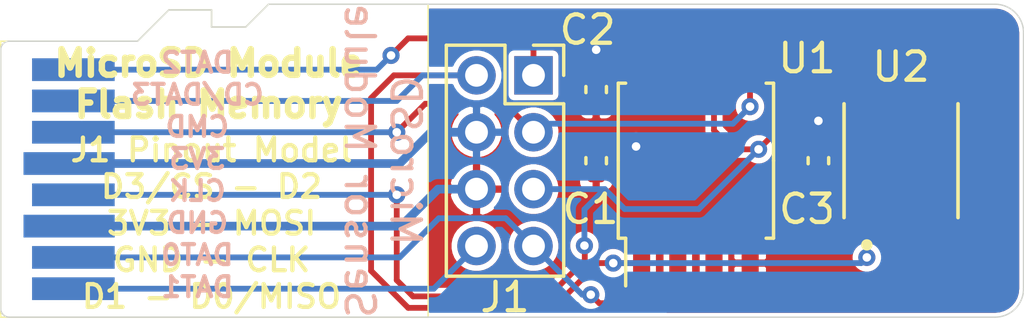
<source format=kicad_pcb>
(kicad_pcb (version 20171130) (host pcbnew 5.1.9)

  (general
    (thickness 0.8)
    (drawings 20)
    (tracks 102)
    (zones 0)
    (modules 7)
    (nets 13)
  )

  (page A4)
  (layers
    (0 F.Cu signal)
    (31 B.Cu signal)
    (32 B.Adhes user)
    (33 F.Adhes user)
    (34 B.Paste user)
    (35 F.Paste user)
    (36 B.SilkS user)
    (37 F.SilkS user)
    (38 B.Mask user)
    (39 F.Mask user)
    (40 Dwgs.User user)
    (41 Cmts.User user)
    (42 Eco1.User user)
    (43 Eco2.User user)
    (44 Edge.Cuts user)
    (45 Margin user)
    (46 B.CrtYd user)
    (47 F.CrtYd user)
    (48 B.Fab user)
    (49 F.Fab user)
  )

  (setup
    (last_trace_width 0.2032)
    (user_trace_width 0.127)
    (user_trace_width 0.1524)
    (user_trace_width 0.1778)
    (user_trace_width 0.2032)
    (user_trace_width 0.2286)
    (user_trace_width 0.254)
    (user_trace_width 0.3048)
    (user_trace_width 0.3556)
    (user_trace_width 0.4064)
    (user_trace_width 0.4572)
    (user_trace_width 0.508)
    (user_trace_width 0.6096)
    (user_trace_width 0.6604)
    (user_trace_width 0.762)
    (user_trace_width 0.9144)
    (user_trace_width 1.016)
    (user_trace_width 1.27)
    (user_trace_width 2.54)
    (trace_clearance 0.2)
    (zone_clearance 0.127)
    (zone_45_only no)
    (trace_min 0.127)
    (via_size 0.8)
    (via_drill 0.4)
    (via_min_size 0.6)
    (via_min_drill 0.3)
    (user_via 0.6 0.3)
    (user_via 0.8 0.4)
    (user_via 1 0.8)
    (uvia_size 0.3)
    (uvia_drill 0.1)
    (uvias_allowed no)
    (uvia_min_size 0.2)
    (uvia_min_drill 0.1)
    (edge_width 0.05)
    (segment_width 0.127)
    (pcb_text_width 0.2)
    (pcb_text_size 1 1)
    (mod_edge_width 0.1524)
    (mod_text_size 1 1)
    (mod_text_width 0.2)
    (pad_size 1.524 1.524)
    (pad_drill 0.762)
    (pad_to_mask_clearance 0.051)
    (solder_mask_min_width 0.25)
    (aux_axis_origin 0 0)
    (visible_elements FFFFFF7F)
    (pcbplotparams
      (layerselection 0x010fc_ffffffff)
      (usegerberextensions false)
      (usegerberattributes true)
      (usegerberadvancedattributes true)
      (creategerberjobfile true)
      (excludeedgelayer true)
      (linewidth 0.100000)
      (plotframeref false)
      (viasonmask false)
      (mode 1)
      (useauxorigin false)
      (hpglpennumber 1)
      (hpglpenspeed 20)
      (hpglpendiameter 15.000000)
      (psnegative false)
      (psa4output false)
      (plotreference true)
      (plotvalue true)
      (plotinvisibletext false)
      (padsonsilk false)
      (subtractmaskfromsilk false)
      (outputformat 1)
      (mirror false)
      (drillshape 1)
      (scaleselection 1)
      (outputdirectory ""))
  )

  (net 0 "")
  (net 1 GND)
  (net 2 +3V3)
  (net 3 "Net-(U1-Pad3)")
  (net 4 "Net-(U1-Pad7)")
  (net 5 CLK)
  (net 6 MOSI)
  (net 7 MISO)
  (net 8 CS)
  (net 9 "Net-(U2-Pad7)")
  (net 10 "Net-(U2-Pad3)")
  (net 11 DAT1)
  (net 12 DAT2)

  (net_class Default "This is the default net class."
    (clearance 0.2)
    (trace_width 0.25)
    (via_dia 0.8)
    (via_drill 0.4)
    (uvia_dia 0.3)
    (uvia_drill 0.1)
    (add_net +3V3)
    (add_net CLK)
    (add_net CS)
    (add_net DAT1)
    (add_net DAT2)
    (add_net GND)
    (add_net MISO)
    (add_net MOSI)
    (add_net "Net-(U1-Pad3)")
    (add_net "Net-(U1-Pad7)")
    (add_net "Net-(U2-Pad3)")
    (add_net "Net-(U2-Pad7)")
  )

  (module misc:SON80P400X400X60-9N (layer F.Cu) (tedit 6032B28F) (tstamp 6032C9EA)
    (at 149.7 86.7 90)
    (path /603441F5)
    (fp_text reference U2 (at 3.3 0) (layer F.SilkS)
      (effects (font (size 1 1) (thickness 0.15)))
    )
    (fp_text value W25Q128JVS (at 0 2.2 90) (layer F.Fab)
      (effects (font (size 1 1) (thickness 0.15)))
    )
    (fp_poly (pts (xy -0.73 -0.95) (xy 0.73 -0.95) (xy 0.73 0.95) (xy -0.73 0.95)) (layer F.Paste) (width 0.01))
    (fp_circle (center -2.96 -1.2) (end -2.86 -1.2) (layer F.SilkS) (width 0.2))
    (fp_circle (center -2.96 -1.2) (end -2.86 -1.2) (layer F.Fab) (width 0.2))
    (fp_line (start -2 -2) (end 2 -2) (layer F.Fab) (width 0.127))
    (fp_line (start -2 2) (end 2 2) (layer F.Fab) (width 0.127))
    (fp_line (start -2 -2) (end 2 -2) (layer F.SilkS) (width 0.127))
    (fp_line (start -2 2) (end 2 2) (layer F.SilkS) (width 0.127))
    (fp_line (start -2 -2) (end -2 2) (layer F.Fab) (width 0.127))
    (fp_line (start 2 -2) (end 2 2) (layer F.Fab) (width 0.127))
    (fp_line (start -2.605 -2.25) (end 2.605 -2.25) (layer F.CrtYd) (width 0.05))
    (fp_line (start -2.605 2.25) (end 2.605 2.25) (layer F.CrtYd) (width 0.05))
    (fp_line (start -2.605 -2.25) (end -2.605 2.25) (layer F.CrtYd) (width 0.05))
    (fp_line (start 2.605 -2.25) (end 2.605 2.25) (layer F.CrtYd) (width 0.05))
    (pad 9 smd rect (at 0 0 90) (size 2.3 3) (layers F.Cu F.Mask))
    (pad 8 smd rect (at 1.95 -1.2 90) (size 0.81 0.32) (layers F.Cu F.Paste F.Mask)
      (net 2 +3V3))
    (pad 7 smd rect (at 1.95 -0.4 90) (size 0.81 0.32) (layers F.Cu F.Paste F.Mask)
      (net 9 "Net-(U2-Pad7)"))
    (pad 6 smd rect (at 1.95 0.4 90) (size 0.81 0.32) (layers F.Cu F.Paste F.Mask)
      (net 5 CLK))
    (pad 5 smd rect (at 1.95 1.2 90) (size 0.81 0.32) (layers F.Cu F.Paste F.Mask)
      (net 6 MOSI))
    (pad 4 smd rect (at -1.95 1.2 90) (size 0.81 0.32) (layers F.Cu F.Paste F.Mask)
      (net 1 GND))
    (pad 3 smd rect (at -1.95 0.4 90) (size 0.81 0.32) (layers F.Cu F.Paste F.Mask)
      (net 10 "Net-(U2-Pad3)"))
    (pad 2 smd rect (at -1.95 -0.4 90) (size 0.81 0.32) (layers F.Cu F.Paste F.Mask)
      (net 7 MISO))
    (pad 1 smd rect (at -1.95 -1.2 90) (size 0.81 0.32) (layers F.Cu F.Paste F.Mask)
      (net 8 CS))
    (model ${KISYS3DMOD}/Package_SON.3dshapes/VSON-8_3.3x3.3mm_P0.65mm_NexFET.step
      (at (xyz 0 0 0))
      (scale (xyz 1.1 1.2 1))
      (rotate (xyz 0 0 0))
    )
  )

  (module Package_SO:SOIC-8_5.23x5.23mm_P1.27mm (layer F.Cu) (tedit 6032B24B) (tstamp 6032B214)
    (at 142.5 86.7 90)
    (descr "SOIC, 8 Pin (http://www.winbond.com/resource-files/w25q32jv%20revg%2003272018%20plus.pdf#page=68), generated with kicad-footprint-generator ipc_gullwing_generator.py")
    (tags "SOIC SO")
    (path /603349E9)
    (attr smd)
    (fp_text reference U1 (at 3.6 3.9) (layer F.SilkS)
      (effects (font (size 1 1) (thickness 0.15)))
    )
    (fp_text value W25Q128JVS (at 0 3.56 90) (layer F.Fab)
      (effects (font (size 1 1) (thickness 0.15)))
    )
    (fp_line (start 4.65 -2.86) (end -4.65 -2.86) (layer F.CrtYd) (width 0.05))
    (fp_line (start 4.65 2.86) (end 4.65 -2.86) (layer F.CrtYd) (width 0.05))
    (fp_line (start -4.65 2.86) (end 4.65 2.86) (layer F.CrtYd) (width 0.05))
    (fp_line (start -4.65 -2.86) (end -4.65 2.86) (layer F.CrtYd) (width 0.05))
    (fp_line (start -2.615 -1.615) (end -1.615 -2.615) (layer F.Fab) (width 0.1))
    (fp_line (start -2.615 2.615) (end -2.615 -1.615) (layer F.Fab) (width 0.1))
    (fp_line (start 2.615 2.615) (end -2.615 2.615) (layer F.Fab) (width 0.1))
    (fp_line (start 2.615 -2.615) (end 2.615 2.615) (layer F.Fab) (width 0.1))
    (fp_line (start -1.615 -2.615) (end 2.615 -2.615) (layer F.Fab) (width 0.1))
    (fp_line (start -2.725 -2.465) (end -4.4 -2.465) (layer F.SilkS) (width 0.12))
    (fp_line (start -2.725 -2.725) (end -2.725 -2.465) (layer F.SilkS) (width 0.12))
    (fp_line (start 0 -2.725) (end -2.725 -2.725) (layer F.SilkS) (width 0.12))
    (fp_line (start 2.725 -2.725) (end 2.725 -2.465) (layer F.SilkS) (width 0.12))
    (fp_line (start 0 -2.725) (end 2.725 -2.725) (layer F.SilkS) (width 0.12))
    (fp_line (start -2.725 2.725) (end -2.725 2.465) (layer F.SilkS) (width 0.12))
    (fp_line (start 0 2.725) (end -2.725 2.725) (layer F.SilkS) (width 0.12))
    (fp_line (start 2.725 2.725) (end 2.725 2.465) (layer F.SilkS) (width 0.12))
    (fp_line (start 0 2.725) (end 2.725 2.725) (layer F.SilkS) (width 0.12))
    (fp_text user %R (at 0.37 1.27 90) (layer F.Fab)
      (effects (font (size 1 1) (thickness 0.15)))
    )
    (pad 1 smd roundrect (at -3.6 -1.905 90) (size 1.6 0.6) (layers F.Cu F.Paste F.Mask) (roundrect_rratio 0.25)
      (net 8 CS))
    (pad 2 smd roundrect (at -3.6 -0.635 90) (size 1.6 0.6) (layers F.Cu F.Paste F.Mask) (roundrect_rratio 0.25)
      (net 7 MISO))
    (pad 3 smd roundrect (at -3.6 0.635 90) (size 1.6 0.6) (layers F.Cu F.Paste F.Mask) (roundrect_rratio 0.25)
      (net 3 "Net-(U1-Pad3)"))
    (pad 4 smd roundrect (at -3.6 1.905 90) (size 1.6 0.6) (layers F.Cu F.Paste F.Mask) (roundrect_rratio 0.25)
      (net 1 GND))
    (pad 5 smd roundrect (at 3.6 1.905 90) (size 1.6 0.6) (layers F.Cu F.Paste F.Mask) (roundrect_rratio 0.25)
      (net 6 MOSI))
    (pad 6 smd roundrect (at 3.6 0.635 90) (size 1.6 0.6) (layers F.Cu F.Paste F.Mask) (roundrect_rratio 0.25)
      (net 5 CLK))
    (pad 7 smd roundrect (at 3.6 -0.635 90) (size 1.6 0.6) (layers F.Cu F.Paste F.Mask) (roundrect_rratio 0.25)
      (net 4 "Net-(U1-Pad7)"))
    (pad 8 smd roundrect (at 3.6 -1.905 90) (size 1.6 0.6) (layers F.Cu F.Paste F.Mask) (roundrect_rratio 0.25)
      (net 2 +3V3))
    (model ${KISYS3DMOD}/Package_SO.3dshapes/SO-8_5.3x6.2mm_P1.27mm.step
      (at (xyz 0 0 0))
      (scale (xyz 1 1 1))
      (rotate (xyz 0 0 0))
    )
  )

  (module Capacitor_SMD:C_0402_1005Metric (layer F.Cu) (tedit 5F68FEEE) (tstamp 6032B199)
    (at 146.8 86.7 270)
    (descr "Capacitor SMD 0402 (1005 Metric), square (rectangular) end terminal, IPC_7351 nominal, (Body size source: IPC-SM-782 page 76, https://www.pcb-3d.com/wordpress/wp-content/uploads/ipc-sm-782a_amendment_1_and_2.pdf), generated with kicad-footprint-generator")
    (tags capacitor)
    (path /60344211)
    (attr smd)
    (fp_text reference C3 (at 1.7 0.4 180) (layer F.SilkS)
      (effects (font (size 1 1) (thickness 0.15)))
    )
    (fp_text value 100nF (at 0 1.16 90) (layer F.Fab)
      (effects (font (size 1 1) (thickness 0.15)))
    )
    (fp_text user %R (at 0 0) (layer F.Fab)
      (effects (font (size 0.25 0.25) (thickness 0.04)))
    )
    (fp_line (start -0.5 0.25) (end -0.5 -0.25) (layer F.Fab) (width 0.1))
    (fp_line (start -0.5 -0.25) (end 0.5 -0.25) (layer F.Fab) (width 0.1))
    (fp_line (start 0.5 -0.25) (end 0.5 0.25) (layer F.Fab) (width 0.1))
    (fp_line (start 0.5 0.25) (end -0.5 0.25) (layer F.Fab) (width 0.1))
    (fp_line (start -0.107836 -0.36) (end 0.107836 -0.36) (layer F.SilkS) (width 0.12))
    (fp_line (start -0.107836 0.36) (end 0.107836 0.36) (layer F.SilkS) (width 0.12))
    (fp_line (start -0.91 0.46) (end -0.91 -0.46) (layer F.CrtYd) (width 0.05))
    (fp_line (start -0.91 -0.46) (end 0.91 -0.46) (layer F.CrtYd) (width 0.05))
    (fp_line (start 0.91 -0.46) (end 0.91 0.46) (layer F.CrtYd) (width 0.05))
    (fp_line (start 0.91 0.46) (end -0.91 0.46) (layer F.CrtYd) (width 0.05))
    (pad 2 smd roundrect (at 0.48 0 270) (size 0.56 0.62) (layers F.Cu F.Paste F.Mask) (roundrect_rratio 0.25)
      (net 1 GND))
    (pad 1 smd roundrect (at -0.48 0 270) (size 0.56 0.62) (layers F.Cu F.Paste F.Mask) (roundrect_rratio 0.25)
      (net 2 +3V3))
    (model ${KISYS3DMOD}/Capacitor_SMD.3dshapes/C_0402_1005Metric.wrl
      (at (xyz 0 0 0))
      (scale (xyz 1 1 1))
      (rotate (xyz 0 0 0))
    )
  )

  (module Capacitor_SMD:C_0402_1005Metric (layer F.Cu) (tedit 5F68FEEE) (tstamp 6032B188)
    (at 139 84.2 270)
    (descr "Capacitor SMD 0402 (1005 Metric), square (rectangular) end terminal, IPC_7351 nominal, (Body size source: IPC-SM-782 page 76, https://www.pcb-3d.com/wordpress/wp-content/uploads/ipc-sm-782a_amendment_1_and_2.pdf), generated with kicad-footprint-generator")
    (tags capacitor)
    (path /6033E2B3)
    (attr smd)
    (fp_text reference C2 (at -2.1 0.3 180) (layer F.SilkS)
      (effects (font (size 1 1) (thickness 0.15)))
    )
    (fp_text value 100nF (at 0 1.16 90) (layer F.Fab)
      (effects (font (size 1 1) (thickness 0.15)))
    )
    (fp_text user %R (at 0 0 90) (layer F.Fab)
      (effects (font (size 0.25 0.25) (thickness 0.04)))
    )
    (fp_line (start -0.5 0.25) (end -0.5 -0.25) (layer F.Fab) (width 0.1))
    (fp_line (start -0.5 -0.25) (end 0.5 -0.25) (layer F.Fab) (width 0.1))
    (fp_line (start 0.5 -0.25) (end 0.5 0.25) (layer F.Fab) (width 0.1))
    (fp_line (start 0.5 0.25) (end -0.5 0.25) (layer F.Fab) (width 0.1))
    (fp_line (start -0.107836 -0.36) (end 0.107836 -0.36) (layer F.SilkS) (width 0.12))
    (fp_line (start -0.107836 0.36) (end 0.107836 0.36) (layer F.SilkS) (width 0.12))
    (fp_line (start -0.91 0.46) (end -0.91 -0.46) (layer F.CrtYd) (width 0.05))
    (fp_line (start -0.91 -0.46) (end 0.91 -0.46) (layer F.CrtYd) (width 0.05))
    (fp_line (start 0.91 -0.46) (end 0.91 0.46) (layer F.CrtYd) (width 0.05))
    (fp_line (start 0.91 0.46) (end -0.91 0.46) (layer F.CrtYd) (width 0.05))
    (pad 2 smd roundrect (at 0.48 0 270) (size 0.56 0.62) (layers F.Cu F.Paste F.Mask) (roundrect_rratio 0.25)
      (net 1 GND))
    (pad 1 smd roundrect (at -0.48 0 270) (size 0.56 0.62) (layers F.Cu F.Paste F.Mask) (roundrect_rratio 0.25)
      (net 2 +3V3))
    (model ${KISYS3DMOD}/Capacitor_SMD.3dshapes/C_0402_1005Metric.wrl
      (at (xyz 0 0 0))
      (scale (xyz 1 1 1))
      (rotate (xyz 0 0 0))
    )
  )

  (module Capacitor_SMD:C_0402_1005Metric (layer F.Cu) (tedit 5F68FEEE) (tstamp 6032B177)
    (at 139 86.7 270)
    (descr "Capacitor SMD 0402 (1005 Metric), square (rectangular) end terminal, IPC_7351 nominal, (Body size source: IPC-SM-782 page 76, https://www.pcb-3d.com/wordpress/wp-content/uploads/ipc-sm-782a_amendment_1_and_2.pdf), generated with kicad-footprint-generator")
    (tags capacitor)
    (path /60340E34)
    (attr smd)
    (fp_text reference C1 (at 1.7 0.2 180) (layer F.SilkS)
      (effects (font (size 1 1) (thickness 0.15)))
    )
    (fp_text value 100nF (at 0 1.16 90) (layer F.Fab)
      (effects (font (size 1 1) (thickness 0.15)))
    )
    (fp_text user %R (at -0.1 0.3 90) (layer F.Fab)
      (effects (font (size 0.25 0.25) (thickness 0.04)))
    )
    (fp_line (start -0.5 0.25) (end -0.5 -0.25) (layer F.Fab) (width 0.1))
    (fp_line (start -0.5 -0.25) (end 0.5 -0.25) (layer F.Fab) (width 0.1))
    (fp_line (start 0.5 -0.25) (end 0.5 0.25) (layer F.Fab) (width 0.1))
    (fp_line (start 0.5 0.25) (end -0.5 0.25) (layer F.Fab) (width 0.1))
    (fp_line (start -0.107836 -0.36) (end 0.107836 -0.36) (layer F.SilkS) (width 0.12))
    (fp_line (start -0.107836 0.36) (end 0.107836 0.36) (layer F.SilkS) (width 0.12))
    (fp_line (start -0.91 0.46) (end -0.91 -0.46) (layer F.CrtYd) (width 0.05))
    (fp_line (start -0.91 -0.46) (end 0.91 -0.46) (layer F.CrtYd) (width 0.05))
    (fp_line (start 0.91 -0.46) (end 0.91 0.46) (layer F.CrtYd) (width 0.05))
    (fp_line (start 0.91 0.46) (end -0.91 0.46) (layer F.CrtYd) (width 0.05))
    (pad 2 smd roundrect (at 0.48 0 270) (size 0.56 0.62) (layers F.Cu F.Paste F.Mask) (roundrect_rratio 0.25)
      (net 1 GND))
    (pad 1 smd roundrect (at -0.48 0 270) (size 0.56 0.62) (layers F.Cu F.Paste F.Mask) (roundrect_rratio 0.25)
      (net 2 +3V3))
    (model ${KISYS3DMOD}/Capacitor_SMD.3dshapes/C_0402_1005Metric.wrl
      (at (xyz 0 0 0))
      (scale (xyz 1 1 1))
      (rotate (xyz 0 0 0))
    )
  )

  (module Connector_PinSocket_2.00mm:PinSocket_2x04_P2.00mm_Vertical (layer F.Cu) (tedit 5A19A41D) (tstamp 6032E9FC)
    (at 136.8 83.7)
    (descr "Through hole straight socket strip, 2x04, 2.00mm pitch, double cols (from Kicad 4.0.7), script generated")
    (tags "Through hole socket strip THT 2x04 2.00mm double row")
    (path /6032826B)
    (fp_text reference J1 (at -1 7.8) (layer F.SilkS)
      (effects (font (size 1 1) (thickness 0.15)))
    )
    (fp_text value Conn_02x04_Counter_Clockwise (at -0.1 11.1) (layer F.Fab) hide
      (effects (font (size 1 1) (thickness 0.15)))
    )
    (fp_line (start -3 -1) (end 0 -1) (layer F.Fab) (width 0.1))
    (fp_line (start 0 -1) (end 1 0) (layer F.Fab) (width 0.1))
    (fp_line (start 1 0) (end 1 7) (layer F.Fab) (width 0.1))
    (fp_line (start 1 7) (end -3 7) (layer F.Fab) (width 0.1))
    (fp_line (start -3 7) (end -3 -1) (layer F.Fab) (width 0.1))
    (fp_line (start -3.06 -1.06) (end -1 -1.06) (layer F.SilkS) (width 0.12))
    (fp_line (start -3.06 -1.06) (end -3.06 7.06) (layer F.SilkS) (width 0.12))
    (fp_line (start -3.06 7.06) (end 1.06 7.06) (layer F.SilkS) (width 0.12))
    (fp_line (start 1.06 1) (end 1.06 7.06) (layer F.SilkS) (width 0.12))
    (fp_line (start -1 1) (end 1.06 1) (layer F.SilkS) (width 0.12))
    (fp_line (start -1 -1.06) (end -1 1) (layer F.SilkS) (width 0.12))
    (fp_line (start 1.06 -1.06) (end 1.06 0) (layer F.SilkS) (width 0.12))
    (fp_line (start 0 -1.06) (end 1.06 -1.06) (layer F.SilkS) (width 0.12))
    (fp_line (start -3.5 -1.5) (end 1.5 -1.5) (layer F.CrtYd) (width 0.05))
    (fp_line (start 1.5 -1.5) (end 1.5 7.5) (layer F.CrtYd) (width 0.05))
    (fp_line (start 1.5 7.5) (end -3.5 7.5) (layer F.CrtYd) (width 0.05))
    (fp_line (start -3.5 7.5) (end -3.5 -1.5) (layer F.CrtYd) (width 0.05))
    (fp_text user %R (at -1 3 90) (layer F.Fab)
      (effects (font (size 1 1) (thickness 0.15)))
    )
    (pad 8 thru_hole oval (at -2 6) (size 1.35 1.35) (drill 0.8) (layers *.Cu *.Mask)
      (net 11 DAT1))
    (pad 7 thru_hole oval (at 0 6) (size 1.35 1.35) (drill 0.8) (layers *.Cu *.Mask)
      (net 7 MISO))
    (pad 6 thru_hole oval (at -2 4) (size 1.35 1.35) (drill 0.8) (layers *.Cu *.Mask)
      (net 1 GND))
    (pad 5 thru_hole oval (at 0 4) (size 1.35 1.35) (drill 0.8) (layers *.Cu *.Mask)
      (net 5 CLK))
    (pad 4 thru_hole oval (at -2 2) (size 1.35 1.35) (drill 0.8) (layers *.Cu *.Mask)
      (net 2 +3V3))
    (pad 3 thru_hole oval (at 0 2) (size 1.35 1.35) (drill 0.8) (layers *.Cu *.Mask)
      (net 6 MOSI))
    (pad 2 thru_hole oval (at -2 0) (size 1.35 1.35) (drill 0.8) (layers *.Cu *.Mask)
      (net 8 CS))
    (pad 1 thru_hole rect (at 0 0) (size 1.35 1.35) (drill 0.8) (layers *.Cu *.Mask)
      (net 12 DAT2))
    (model ${KISYS3DMOD}/Connector_PinSocket_2.00mm.3dshapes/PinSocket_2x04_P2.00mm_Vertical.wrl
      (at (xyz 0 0 0))
      (scale (xyz 1 1 1))
      (rotate (xyz 0 0 0))
    )
  )

  (module misc:microSD_Card (layer F.Cu) (tedit 6029808F) (tstamp 6032774F)
    (at 125.6 87.3)
    (descr microSD_Card)
    (path /60297D4B)
    (fp_text reference X1 (at -6.7 6) (layer F.SilkS) hide
      (effects (font (size 1 1) (thickness 0.15)))
    )
    (fp_text value microSD_Card (at 0.1 6.1) (layer F.Fab) hide
      (effects (font (size 1 1) (thickness 0.15)))
    )
    (fp_line (start -0.1 -5.9) (end -0.1 -5.3) (layer F.SilkS) (width 0.05))
    (fp_line (start 1.9 -6.1) (end 7.5 -6.1) (layer F.SilkS) (width 0.05))
    (fp_line (start 1.1 -5.3) (end 1.9 -6.1) (layer F.SilkS) (width 0.05))
    (fp_line (start -2.7 -4.8) (end -1.6 -5.9) (layer F.SilkS) (width 0.05))
    (fp_line (start -0.1 -5.9) (end -1.6 -5.9) (layer F.SilkS) (width 0.05))
    (fp_line (start 1.1 -5.3) (end -0.1 -5.3) (layer F.SilkS) (width 0.05))
    (fp_line (start -7.5 -4.8) (end -7.5 4.9) (layer F.SilkS) (width 0.05))
    (fp_line (start -2.7 -4.8) (end -7.5 -4.8) (layer F.SilkS) (width 0.05))
    (fp_line (start 7.5 -6.1) (end 7.5 4.9) (layer F.SilkS) (width 0.05))
    (fp_line (start 7.5 4.9) (end -7.5 4.9) (layer F.SilkS) (width 0.05))
    (pad 8 smd rect (at -4.95 3.9 270) (size 0.8 2.9) (layers B.Cu B.Paste B.Mask)
      (net 11 DAT1))
    (pad 7 smd rect (at -4.95 2.8 270) (size 0.8 2.9) (layers B.Cu B.Paste B.Mask)
      (net 7 MISO))
    (pad 6 smd rect (at -5.1 1.7 270) (size 0.8 3.2) (layers B.Cu B.Paste B.Mask)
      (net 1 GND))
    (pad 5 smd rect (at -4.95 0.6 270) (size 0.8 2.9) (layers B.Cu B.Paste B.Mask)
      (net 5 CLK))
    (pad 4 smd rect (at -5.1 -0.5 270) (size 0.8 3.2) (layers B.Cu B.Paste B.Mask)
      (net 2 +3V3))
    (pad 3 smd rect (at -4.95 -1.6 270) (size 0.8 2.9) (layers B.Cu B.Paste B.Mask)
      (net 6 MOSI))
    (pad 2 smd rect (at -4.95 -2.7 270) (size 0.8 2.9) (layers B.Cu B.Paste B.Mask)
      (net 8 CS))
    (pad 1 smd rect (at -4.95 -3.8 270) (size 0.8 2.9) (layers B.Cu B.Paste B.Mask)
      (net 12 DAT2))
  )

  (gr_text "MicroSD Module\nFlash Memory" (at 125.4 84) (layer F.SilkS)
    (effects (font (size 0.9 0.9) (thickness 0.225)))
  )
  (gr_text "J1 Pinout Model\nD3/CS - D2\n3V3 - MOSI\nGND - CLK\nD1 - D0/MISO" (at 125.5 88.9) (layer F.SilkS)
    (effects (font (size 0.8 0.8) (thickness 0.15)))
  )
  (gr_text "MicroSD\nSensor Module" (at 131.5 86.7 270) (layer B.SilkS)
    (effects (font (size 1 1) (thickness 0.15)) (justify mirror))
  )
  (gr_text "DAT2\nCD/DAT3\nCMD\n3V3\nCLK\nGND\nDAT0\nDAT1" (at 125 87.2) (layer B.SilkS)
    (effects (font (size 0.7 0.7) (thickness 0.15)) (justify mirror))
  )
  (gr_arc (start 153 91.2) (end 153 92.2) (angle -90) (layer Edge.Cuts) (width 0.05))
  (gr_arc (start 153 82.2) (end 154 82.2) (angle -90) (layer Edge.Cuts) (width 0.05))
  (gr_line (start 153 92.2) (end 133.1 92.2) (layer Edge.Cuts) (width 0.05) (tstamp 603253B5))
  (gr_line (start 154 82.2) (end 154 91.2) (layer Edge.Cuts) (width 0.05))
  (gr_line (start 133.1 81.2) (end 153 81.2) (layer Edge.Cuts) (width 0.05))
  (gr_arc (start 118.4 91.9) (end 118.1 91.9) (angle -90) (layer Edge.Cuts) (width 0.05))
  (gr_arc (start 118.4 82.8) (end 118.4 82.5) (angle -90) (layer Edge.Cuts) (width 0.05))
  (gr_line (start 133.1 92.2) (end 118.4 92.2) (layer Edge.Cuts) (width 0.05) (tstamp 6029DEA9))
  (gr_line (start 127.5 81.2) (end 133.1 81.2) (layer Edge.Cuts) (width 0.05))
  (gr_line (start 126.7 82) (end 127.5 81.2) (layer Edge.Cuts) (width 0.05))
  (gr_line (start 125.5 82) (end 126.7 82) (layer Edge.Cuts) (width 0.05))
  (gr_line (start 125.5 81.4) (end 125.5 82) (layer Edge.Cuts) (width 0.05))
  (gr_line (start 124 81.4) (end 125.5 81.4) (layer Edge.Cuts) (width 0.05))
  (gr_line (start 122.9 82.5) (end 124 81.4) (layer Edge.Cuts) (width 0.05))
  (gr_line (start 118.4 82.5) (end 122.9 82.5) (layer Edge.Cuts) (width 0.05))
  (gr_line (start 118.1 91.9) (end 118.1 82.8) (layer Edge.Cuts) (width 0.05))

  (segment (start 120.65 85.7) (end 132 85.7) (width 0.2032) (layer B.Cu) (net 6))
  (via (at 132 85.7) (size 0.6) (drill 0.3) (layers F.Cu B.Cu) (net 6))
  (segment (start 132 85.7) (end 133 84.7) (width 0.2032) (layer F.Cu) (net 6))
  (segment (start 135.8 84.7) (end 136.8 85.7) (width 0.2032) (layer F.Cu) (net 6))
  (segment (start 133 84.7) (end 135.8 84.7) (width 0.2032) (layer F.Cu) (net 6))
  (segment (start 133.45 87.7) (end 134.8 87.7) (width 0.3048) (layer B.Cu) (net 1))
  (segment (start 132.15 89) (end 133.45 87.7) (width 0.3048) (layer B.Cu) (net 1))
  (segment (start 120.5 89) (end 132.15 89) (width 0.3048) (layer B.Cu) (net 1))
  (segment (start 120.5 86.8) (end 132.1 86.8) (width 0.3048) (layer B.Cu) (net 2))
  (segment (start 133.2 85.7) (end 134.8 85.7) (width 0.3048) (layer B.Cu) (net 2))
  (segment (start 132.1 86.8) (end 133.2 85.7) (width 0.3048) (layer B.Cu) (net 2))
  (via (at 140.4 86.2) (size 0.6) (drill 0.3) (layers F.Cu B.Cu) (net 2))
  (segment (start 140.38 86.22) (end 140.4 86.2) (width 0.2032) (layer F.Cu) (net 2))
  (segment (start 139 86.22) (end 140.38 86.22) (width 0.2032) (layer F.Cu) (net 2))
  (via (at 139 82.8) (size 0.6) (drill 0.3) (layers F.Cu B.Cu) (net 2))
  (segment (start 139 83.72) (end 139 82.8) (width 0.2032) (layer F.Cu) (net 2))
  (segment (start 139 82.8) (end 139.5 82.8) (width 0.2032) (layer F.Cu) (net 2))
  (segment (start 139.5 82.8) (end 139.8 83.1) (width 0.2032) (layer F.Cu) (net 2))
  (segment (start 139.8 83.1) (end 140.595 83.1) (width 0.2032) (layer F.Cu) (net 2))
  (segment (start 148.95 85.5625) (end 148.5625 85.5625) (width 0.2032) (layer F.Cu) (net 0))
  (via (at 146.8 85.3) (size 0.6) (drill 0.3) (layers F.Cu B.Cu) (net 2))
  (segment (start 146.8 86.22) (end 146.8 85.3) (width 0.2032) (layer F.Cu) (net 2))
  (segment (start 148.5 84.75) (end 147.25 84.75) (width 0.2032) (layer F.Cu) (net 2))
  (segment (start 146.8 85.2) (end 146.8 85.3) (width 0.2032) (layer F.Cu) (net 2))
  (segment (start 147.25 84.75) (end 146.8 85.2) (width 0.2032) (layer F.Cu) (net 2))
  (via (at 132 87.9) (size 0.6) (drill 0.3) (layers F.Cu B.Cu) (net 5))
  (segment (start 120.65 87.9) (end 132 87.9) (width 0.2032) (layer B.Cu) (net 5))
  (via (at 144.7 86.300004) (size 0.6) (drill 0.3) (layers F.Cu B.Cu) (net 5))
  (segment (start 147.500004 83.5) (end 144.7 86.300004) (width 0.2032) (layer F.Cu) (net 5))
  (segment (start 150.1 84.75) (end 150.1 84) (width 0.2032) (layer F.Cu) (net 5))
  (segment (start 140 88.4) (end 142.600004 88.4) (width 0.2032) (layer B.Cu) (net 5))
  (segment (start 150.1 84) (end 149.6 83.5) (width 0.2032) (layer F.Cu) (net 5))
  (segment (start 149.6 83.5) (end 147.500004 83.5) (width 0.2032) (layer F.Cu) (net 5))
  (segment (start 142.600004 88.4) (end 144.7 86.300004) (width 0.2032) (layer B.Cu) (net 5))
  (segment (start 143.800004 86.300004) (end 144.7 86.300004) (width 0.2032) (layer F.Cu) (net 5))
  (segment (start 143.135 85.635) (end 143.800004 86.300004) (width 0.2032) (layer F.Cu) (net 5))
  (segment (start 143.135 83.1) (end 143.135 85.635) (width 0.2032) (layer F.Cu) (net 5))
  (segment (start 139.3 87.7) (end 140 88.4) (width 0.2032) (layer B.Cu) (net 5))
  (segment (start 136.8 87.7) (end 139.3 87.7) (width 0.2032) (layer B.Cu) (net 5))
  (via (at 138.587851 89.685421) (size 0.6) (drill 0.3) (layers F.Cu B.Cu) (net 5))
  (segment (start 138.587851 88.412149) (end 139.3 87.7) (width 0.2032) (layer B.Cu) (net 5))
  (segment (start 138.587851 89.685421) (end 138.587851 88.412149) (width 0.2032) (layer B.Cu) (net 5))
  (segment (start 138.6 89.69757) (end 138.587851 89.685421) (width 0.2032) (layer F.Cu) (net 5))
  (segment (start 138.6 90.2) (end 138.6 89.69757) (width 0.2032) (layer F.Cu) (net 5))
  (segment (start 137.329821 91.470179) (end 138.6 90.2) (width 0.2032) (layer F.Cu) (net 5))
  (segment (start 132 90.9) (end 132.570179 91.470179) (width 0.2032) (layer F.Cu) (net 5))
  (segment (start 132 87.9) (end 132 90.9) (width 0.2032) (layer F.Cu) (net 5))
  (segment (start 132.570179 91.470179) (end 137.329821 91.470179) (width 0.2032) (layer F.Cu) (net 5))
  (segment (start 136.8 85.7) (end 137.1 85.4) (width 0.2032) (layer B.Cu) (net 6))
  (segment (start 143.8 85.4) (end 144.4 84.8) (width 0.2032) (layer B.Cu) (net 6))
  (segment (start 137.1 85.4) (end 143.8 85.4) (width 0.2032) (layer B.Cu) (net 6))
  (segment (start 144.4 83.105) (end 144.405 83.1) (width 0.2032) (layer F.Cu) (net 6))
  (segment (start 144.4 84.8) (end 144.4 83.105) (width 0.2032) (layer F.Cu) (net 6))
  (via (at 144.4 84.8) (size 0.6) (drill 0.3) (layers F.Cu B.Cu) (net 6))
  (segment (start 150.9 84.75) (end 150.9 84.2) (width 0.2032) (layer F.Cu) (net 6))
  (segment (start 144.40821 83.09679) (end 144.405 83.1) (width 0.2032) (layer F.Cu) (net 6))
  (segment (start 149.79679 83.09679) (end 144.40821 83.09679) (width 0.2032) (layer F.Cu) (net 6))
  (segment (start 150.9 84.2) (end 149.79679 83.09679) (width 0.2032) (layer F.Cu) (net 6))
  (segment (start 133.3 91.2) (end 134.8 89.7) (width 0.2032) (layer B.Cu) (net 11))
  (segment (start 120.65 91.2) (end 133.3 91.2) (width 0.2032) (layer B.Cu) (net 11))
  (segment (start 120.65 90.1) (end 132.1 90.1) (width 0.2032) (layer B.Cu) (net 7))
  (segment (start 135.823399 88.723399) (end 136.8 89.7) (width 0.2032) (layer B.Cu) (net 7))
  (segment (start 133.476601 88.723399) (end 135.823399 88.723399) (width 0.2032) (layer B.Cu) (net 7))
  (segment (start 132.1 90.1) (end 133.476601 88.723399) (width 0.2032) (layer B.Cu) (net 7))
  (segment (start 142.3 91.5) (end 148.6 91.5) (width 0.2032) (layer F.Cu) (net 7))
  (segment (start 141.865 91.065) (end 142.3 91.5) (width 0.2032) (layer F.Cu) (net 7))
  (segment (start 141.865 90.3) (end 141.865 91.065) (width 0.2032) (layer F.Cu) (net 7))
  (segment (start 149.3 90.8) (end 149.3 88.65) (width 0.2032) (layer F.Cu) (net 7))
  (segment (start 148.6 91.5) (end 149.3 90.8) (width 0.2032) (layer F.Cu) (net 7))
  (segment (start 141.254485 91.710515) (end 139.110515 91.710515) (width 0.2032) (layer F.Cu) (net 7))
  (segment (start 141.865 91.1) (end 141.254485 91.710515) (width 0.2032) (layer F.Cu) (net 7))
  (segment (start 141.865 90.3) (end 141.865 91.1) (width 0.2032) (layer F.Cu) (net 7))
  (segment (start 139.110515 91.710515) (end 138.810516 91.410516) (width 0.2032) (layer F.Cu) (net 7))
  (segment (start 138.510516 91.410516) (end 138.810516 91.410516) (width 0.2032) (layer B.Cu) (net 7))
  (segment (start 136.8 89.7) (end 138.510516 91.410516) (width 0.2032) (layer B.Cu) (net 7))
  (via (at 138.810516 91.410516) (size 0.6) (drill 0.3) (layers F.Cu B.Cu) (net 7))
  (segment (start 120.65 84.6) (end 132 84.6) (width 0.2032) (layer B.Cu) (net 8))
  (segment (start 132.9 83.7) (end 134.8 83.7) (width 0.2032) (layer B.Cu) (net 8))
  (segment (start 132 84.6) (end 132.9 83.7) (width 0.2032) (layer B.Cu) (net 8))
  (segment (start 140.595 90.3) (end 139.6 90.3) (width 0.2032) (layer F.Cu) (net 8))
  (via (at 139.6 90.3) (size 0.6) (drill 0.3) (layers F.Cu B.Cu) (net 8))
  (segment (start 137.496837 91.873389) (end 139.070226 90.3) (width 0.2032) (layer F.Cu) (net 8))
  (segment (start 134.8 83.7) (end 131.9 83.7) (width 0.2032) (layer F.Cu) (net 8))
  (segment (start 131.1 84.5) (end 131.1 90.570226) (width 0.2032) (layer F.Cu) (net 8))
  (segment (start 131.9 83.7) (end 131.1 84.5) (width 0.2032) (layer F.Cu) (net 8))
  (segment (start 131.1 90.570226) (end 132.403164 91.87339) (width 0.2032) (layer F.Cu) (net 8))
  (segment (start 132.403164 91.87339) (end 137.496837 91.873389) (width 0.2032) (layer F.Cu) (net 8))
  (segment (start 139.070226 90.3) (end 139.6 90.3) (width 0.2032) (layer F.Cu) (net 8))
  (segment (start 148.5 88.65) (end 148.5 89.9) (width 0.2032) (layer F.Cu) (net 8))
  (via (at 148.500006 90.1) (size 0.6) (drill 0.3) (layers F.Cu B.Cu) (net 8))
  (segment (start 148.5 89.9) (end 148.5 90.099994) (width 0.2032) (layer F.Cu) (net 8))
  (segment (start 148.5 90.099994) (end 148.500006 90.1) (width 0.2032) (layer F.Cu) (net 8))
  (segment (start 139.6 90.3) (end 148.300006 90.3) (width 0.2032) (layer B.Cu) (net 8))
  (segment (start 148.300006 90.3) (end 148.500006 90.1) (width 0.2032) (layer B.Cu) (net 8))
  (segment (start 119.95 83.5) (end 130.6 83.5) (width 0.2032) (layer B.Cu) (net 12))
  (via (at 131.8 83) (size 0.6) (drill 0.3) (layers F.Cu B.Cu) (net 12))
  (segment (start 131.3 83.5) (end 131.8 83) (width 0.2032) (layer B.Cu) (net 12))
  (segment (start 130.6 83.5) (end 131.3 83.5) (width 0.2032) (layer B.Cu) (net 12))
  (segment (start 131.8 83) (end 132.4 82.4) (width 0.2032) (layer F.Cu) (net 12))
  (segment (start 132.4 82.4) (end 136.4 82.4) (width 0.2032) (layer F.Cu) (net 12))
  (segment (start 136.8 82.8) (end 136.4 82.4) (width 0.2032) (layer F.Cu) (net 12))
  (segment (start 136.8 83.7) (end 136.8 82.8) (width 0.2032) (layer F.Cu) (net 12))

  (zone (net 1) (net_name GND) (layer F.Cu) (tstamp 0) (hatch edge 0.508)
    (connect_pads (clearance 0.127))
    (min_thickness 0.127)
    (fill yes (arc_segments 32) (thermal_gap 0.254) (thermal_bridge_width 0.254))
    (polygon
      (pts
        (xy 154 92.2) (xy 133.1 92.2) (xy 133.1 81.2) (xy 154 81.2)
      )
    )
    (filled_polygon
      (pts
        (xy 153.152176 81.431454) (xy 153.298555 81.475648) (xy 153.433563 81.547433) (xy 153.552059 81.644077) (xy 153.649525 81.761893)
        (xy 153.722248 81.896392) (xy 153.767465 82.042466) (xy 153.7845 82.204537) (xy 153.784501 91.189446) (xy 153.768546 91.352176)
        (xy 153.724352 91.498555) (xy 153.652565 91.633566) (xy 153.555924 91.752059) (xy 153.43811 91.849523) (xy 153.30361 91.922247)
        (xy 153.157534 91.967465) (xy 152.995462 91.9845) (xy 141.496142 91.9845) (xy 141.513898 91.969928) (xy 141.525331 91.955997)
        (xy 141.8825 91.598829) (xy 142.029158 91.745487) (xy 142.040587 91.759413) (xy 142.054513 91.770842) (xy 142.054514 91.770843)
        (xy 142.092258 91.801819) (xy 142.09618 91.805038) (xy 142.159606 91.83894) (xy 142.228428 91.859817) (xy 142.282069 91.8651)
        (xy 142.282077 91.8651) (xy 142.3 91.866865) (xy 142.317923 91.8651) (xy 148.582079 91.8651) (xy 148.6 91.866865)
        (xy 148.617921 91.8651) (xy 148.617931 91.8651) (xy 148.671572 91.859817) (xy 148.740394 91.83894) (xy 148.80382 91.805038)
        (xy 148.859413 91.759413) (xy 148.870847 91.745481) (xy 149.545491 91.070838) (xy 149.559412 91.059413) (xy 149.570838 91.045491)
        (xy 149.570843 91.045486) (xy 149.605037 91.003821) (xy 149.605038 91.00382) (xy 149.63894 90.940394) (xy 149.659817 90.871572)
        (xy 149.6651 90.817931) (xy 149.6651 90.817922) (xy 149.666865 90.800001) (xy 149.6651 90.78208) (xy 149.6651 89.220441)
        (xy 149.680152 89.202101) (xy 149.7 89.164967) (xy 149.719848 89.202101) (xy 149.752777 89.242223) (xy 149.792899 89.275152)
        (xy 149.838675 89.299619) (xy 149.888345 89.314686) (xy 149.94 89.319774) (xy 150.26 89.319774) (xy 150.311655 89.314686)
        (xy 150.361325 89.299619) (xy 150.407101 89.275152) (xy 150.447223 89.242223) (xy 150.467111 89.217991) (xy 150.474731 89.232247)
        (xy 150.514407 89.280593) (xy 150.562753 89.320269) (xy 150.61791 89.349751) (xy 150.677759 89.367906) (xy 150.74 89.374036)
        (xy 150.757125 89.3725) (xy 150.8365 89.293125) (xy 150.8365 88.7135) (xy 150.9635 88.7135) (xy 150.9635 89.293125)
        (xy 151.042875 89.3725) (xy 151.06 89.374036) (xy 151.122241 89.367906) (xy 151.18209 89.349751) (xy 151.237247 89.320269)
        (xy 151.285593 89.280593) (xy 151.325269 89.232247) (xy 151.354751 89.17709) (xy 151.372906 89.117241) (xy 151.379036 89.055)
        (xy 151.3775 88.792875) (xy 151.298125 88.7135) (xy 150.9635 88.7135) (xy 150.8365 88.7135) (xy 150.8165 88.7135)
        (xy 150.8165 88.5865) (xy 150.8365 88.5865) (xy 150.8365 88.5665) (xy 150.9635 88.5665) (xy 150.9635 88.5865)
        (xy 151.298125 88.5865) (xy 151.3775 88.507125) (xy 151.379036 88.245) (xy 151.372906 88.182759) (xy 151.354751 88.12291)
        (xy 151.331118 88.078695) (xy 151.347101 88.070152) (xy 151.387223 88.037223) (xy 151.420152 87.997101) (xy 151.444619 87.951325)
        (xy 151.459686 87.901655) (xy 151.464774 87.85) (xy 151.464774 85.55) (xy 151.459686 85.498345) (xy 151.444619 85.448675)
        (xy 151.420152 85.402899) (xy 151.387223 85.362777) (xy 151.347101 85.329848) (xy 151.301325 85.305381) (xy 151.281597 85.299397)
        (xy 151.304619 85.256325) (xy 151.319686 85.206655) (xy 151.324774 85.155) (xy 151.324774 84.345) (xy 151.319686 84.293345)
        (xy 151.304619 84.243675) (xy 151.280152 84.197899) (xy 151.264819 84.179217) (xy 151.259817 84.128428) (xy 151.23894 84.059606)
        (xy 151.205038 83.99618) (xy 151.170844 83.954514) (xy 151.170838 83.954508) (xy 151.159413 83.940587) (xy 151.145492 83.929162)
        (xy 150.067637 82.851308) (xy 150.056203 82.837377) (xy 150.00061 82.791752) (xy 149.937184 82.75785) (xy 149.868362 82.736973)
        (xy 149.814721 82.73169) (xy 149.814711 82.73169) (xy 149.79679 82.729925) (xy 149.778869 82.73169) (xy 144.969774 82.73169)
        (xy 144.969774 82.45) (xy 144.961804 82.369082) (xy 144.938201 82.291273) (xy 144.899872 82.219564) (xy 144.84829 82.15671)
        (xy 144.785436 82.105128) (xy 144.713727 82.066799) (xy 144.635918 82.043196) (xy 144.555 82.035226) (xy 144.255 82.035226)
        (xy 144.174082 82.043196) (xy 144.096273 82.066799) (xy 144.024564 82.105128) (xy 143.96171 82.15671) (xy 143.910128 82.219564)
        (xy 143.871799 82.291273) (xy 143.848196 82.369082) (xy 143.840226 82.45) (xy 143.840226 83.75) (xy 143.848196 83.830918)
        (xy 143.871799 83.908727) (xy 143.910128 83.980436) (xy 143.96171 84.04329) (xy 144.024564 84.094872) (xy 144.0349 84.100397)
        (xy 144.0349 84.36819) (xy 143.962301 84.440789) (xy 143.900632 84.533082) (xy 143.858155 84.635633) (xy 143.8365 84.7445)
        (xy 143.8365 84.8555) (xy 143.858155 84.964367) (xy 143.900632 85.066918) (xy 143.962301 85.159211) (xy 144.040789 85.237699)
        (xy 144.133082 85.299368) (xy 144.235633 85.341845) (xy 144.3445 85.3635) (xy 144.4555 85.3635) (xy 144.564367 85.341845)
        (xy 144.666918 85.299368) (xy 144.759211 85.237699) (xy 144.837699 85.159211) (xy 144.899368 85.066918) (xy 144.941845 84.964367)
        (xy 144.9635 84.8555) (xy 144.9635 84.7445) (xy 144.941845 84.635633) (xy 144.899368 84.533082) (xy 144.837699 84.440789)
        (xy 144.7651 84.36819) (xy 144.7651 84.105742) (xy 144.785436 84.094872) (xy 144.84829 84.04329) (xy 144.899872 83.980436)
        (xy 144.938201 83.908727) (xy 144.961804 83.830918) (xy 144.969774 83.75) (xy 144.969774 83.46189) (xy 147.021784 83.46189)
        (xy 144.747172 85.736504) (xy 144.6445 85.736504) (xy 144.535633 85.758159) (xy 144.433082 85.800636) (xy 144.340789 85.862305)
        (xy 144.26819 85.934904) (xy 143.951234 85.934904) (xy 143.5001 85.483772) (xy 143.5001 84.103069) (xy 143.515436 84.094872)
        (xy 143.57829 84.04329) (xy 143.629872 83.980436) (xy 143.668201 83.908727) (xy 143.691804 83.830918) (xy 143.699774 83.75)
        (xy 143.699774 82.45) (xy 143.691804 82.369082) (xy 143.668201 82.291273) (xy 143.629872 82.219564) (xy 143.57829 82.15671)
        (xy 143.515436 82.105128) (xy 143.443727 82.066799) (xy 143.365918 82.043196) (xy 143.285 82.035226) (xy 142.985 82.035226)
        (xy 142.904082 82.043196) (xy 142.826273 82.066799) (xy 142.754564 82.105128) (xy 142.69171 82.15671) (xy 142.640128 82.219564)
        (xy 142.601799 82.291273) (xy 142.578196 82.369082) (xy 142.570226 82.45) (xy 142.570226 83.75) (xy 142.578196 83.830918)
        (xy 142.601799 83.908727) (xy 142.640128 83.980436) (xy 142.69171 84.04329) (xy 142.754564 84.094872) (xy 142.7699 84.103069)
        (xy 142.769901 85.617069) (xy 142.768135 85.635) (xy 142.769901 85.652931) (xy 142.775132 85.706038) (xy 142.775184 85.706571)
        (xy 142.79606 85.775393) (xy 142.829962 85.838819) (xy 142.853532 85.867538) (xy 142.875588 85.894413) (xy 142.889514 85.905842)
        (xy 143.529166 86.545496) (xy 143.540591 86.559417) (xy 143.554512 86.570842) (xy 143.554518 86.570848) (xy 143.593006 86.602434)
        (xy 143.596184 86.605042) (xy 143.65961 86.638944) (xy 143.728432 86.659821) (xy 143.782073 86.665104) (xy 143.782081 86.665104)
        (xy 143.800004 86.666869) (xy 143.817927 86.665104) (xy 144.26819 86.665104) (xy 144.340789 86.737703) (xy 144.433082 86.799372)
        (xy 144.535633 86.841849) (xy 144.6445 86.863504) (xy 144.7555 86.863504) (xy 144.864367 86.841849) (xy 144.966918 86.799372)
        (xy 145.059211 86.737703) (xy 145.137699 86.659215) (xy 145.199368 86.566922) (xy 145.241845 86.464371) (xy 145.2635 86.355504)
        (xy 145.2635 86.252832) (xy 146.2365 85.279833) (xy 146.2365 85.3555) (xy 146.258155 85.464367) (xy 146.300632 85.566918)
        (xy 146.362301 85.659211) (xy 146.432108 85.729018) (xy 146.40512 85.743443) (xy 146.343782 85.793782) (xy 146.293443 85.85512)
        (xy 146.256038 85.9251) (xy 146.233004 86.001033) (xy 146.225226 86.08) (xy 146.225226 86.36) (xy 146.233004 86.438967)
        (xy 146.256038 86.5149) (xy 146.293443 86.58488) (xy 146.327768 86.626705) (xy 146.312753 86.634731) (xy 146.264407 86.674407)
        (xy 146.224731 86.722753) (xy 146.195249 86.77791) (xy 146.177094 86.837759) (xy 146.170964 86.9) (xy 146.1725 87.037125)
        (xy 146.251875 87.1165) (xy 146.7365 87.1165) (xy 146.7365 87.0965) (xy 146.8635 87.0965) (xy 146.8635 87.1165)
        (xy 147.348125 87.1165) (xy 147.4275 87.037125) (xy 147.429036 86.9) (xy 147.422906 86.837759) (xy 147.404751 86.77791)
        (xy 147.375269 86.722753) (xy 147.335593 86.674407) (xy 147.287247 86.634731) (xy 147.272232 86.626705) (xy 147.306557 86.58488)
        (xy 147.343962 86.5149) (xy 147.366996 86.438967) (xy 147.374774 86.36) (xy 147.374774 86.08) (xy 147.366996 86.001033)
        (xy 147.343962 85.9251) (xy 147.306557 85.85512) (xy 147.256218 85.793782) (xy 147.19488 85.743443) (xy 147.167892 85.729018)
        (xy 147.237699 85.659211) (xy 147.299368 85.566918) (xy 147.341845 85.464367) (xy 147.3635 85.3555) (xy 147.3635 85.2445)
        (xy 147.348291 85.168038) (xy 147.401229 85.1151) (xy 148.075226 85.1151) (xy 148.075226 85.155) (xy 148.080314 85.206655)
        (xy 148.095381 85.256325) (xy 148.118403 85.299397) (xy 148.098675 85.305381) (xy 148.052899 85.329848) (xy 148.012777 85.362777)
        (xy 147.979848 85.402899) (xy 147.955381 85.448675) (xy 147.940314 85.498345) (xy 147.935226 85.55) (xy 147.935226 87.85)
        (xy 147.940314 87.901655) (xy 147.955381 87.951325) (xy 147.979848 87.997101) (xy 148.012777 88.037223) (xy 148.052899 88.070152)
        (xy 148.098675 88.094619) (xy 148.118403 88.100603) (xy 148.095381 88.143675) (xy 148.080314 88.193345) (xy 148.075226 88.245)
        (xy 148.075226 89.055) (xy 148.080314 89.106655) (xy 148.095381 89.156325) (xy 148.119848 89.202101) (xy 148.1349 89.220442)
        (xy 148.134901 89.668195) (xy 148.062307 89.740789) (xy 148.000638 89.833082) (xy 147.958161 89.935633) (xy 147.936506 90.0445)
        (xy 147.936506 90.1555) (xy 147.958161 90.264367) (xy 148.000638 90.366918) (xy 148.062307 90.459211) (xy 148.140795 90.537699)
        (xy 148.233088 90.599368) (xy 148.335639 90.641845) (xy 148.444506 90.6635) (xy 148.555506 90.6635) (xy 148.664373 90.641845)
        (xy 148.766924 90.599368) (xy 148.859217 90.537699) (xy 148.9349 90.462016) (xy 148.9349 90.648771) (xy 148.448772 91.1349)
        (xy 145.020599 91.1349) (xy 145.024036 91.1) (xy 145.0225 90.442875) (xy 144.943125 90.3635) (xy 144.4685 90.3635)
        (xy 144.4685 90.3835) (xy 144.3415 90.3835) (xy 144.3415 90.3635) (xy 143.866875 90.3635) (xy 143.7875 90.442875)
        (xy 143.785964 91.1) (xy 143.789401 91.1349) (xy 143.654211 91.1349) (xy 143.668201 91.108727) (xy 143.691804 91.030918)
        (xy 143.699774 90.95) (xy 143.699774 89.65) (xy 143.691804 89.569082) (xy 143.670849 89.5) (xy 143.785964 89.5)
        (xy 143.7875 90.157125) (xy 143.866875 90.2365) (xy 144.3415 90.2365) (xy 144.3415 89.261875) (xy 144.4685 89.261875)
        (xy 144.4685 90.2365) (xy 144.943125 90.2365) (xy 145.0225 90.157125) (xy 145.024036 89.5) (xy 145.017906 89.437759)
        (xy 144.999751 89.37791) (xy 144.970269 89.322753) (xy 144.930593 89.274407) (xy 144.882247 89.234731) (xy 144.82709 89.205249)
        (xy 144.767241 89.187094) (xy 144.705 89.180964) (xy 144.547875 89.1825) (xy 144.4685 89.261875) (xy 144.3415 89.261875)
        (xy 144.262125 89.1825) (xy 144.105 89.180964) (xy 144.042759 89.187094) (xy 143.98291 89.205249) (xy 143.927753 89.234731)
        (xy 143.879407 89.274407) (xy 143.839731 89.322753) (xy 143.810249 89.37791) (xy 143.792094 89.437759) (xy 143.785964 89.5)
        (xy 143.670849 89.5) (xy 143.668201 89.491273) (xy 143.629872 89.419564) (xy 143.57829 89.35671) (xy 143.515436 89.305128)
        (xy 143.443727 89.266799) (xy 143.365918 89.243196) (xy 143.285 89.235226) (xy 142.985 89.235226) (xy 142.904082 89.243196)
        (xy 142.826273 89.266799) (xy 142.754564 89.305128) (xy 142.69171 89.35671) (xy 142.640128 89.419564) (xy 142.601799 89.491273)
        (xy 142.578196 89.569082) (xy 142.570226 89.65) (xy 142.570226 90.95) (xy 142.578196 91.030918) (xy 142.601799 91.108727)
        (xy 142.615789 91.1349) (xy 142.451229 91.1349) (xy 142.404451 91.088123) (xy 142.421804 91.030918) (xy 142.429774 90.95)
        (xy 142.429774 89.65) (xy 142.421804 89.569082) (xy 142.398201 89.491273) (xy 142.359872 89.419564) (xy 142.30829 89.35671)
        (xy 142.245436 89.305128) (xy 142.173727 89.266799) (xy 142.095918 89.243196) (xy 142.015 89.235226) (xy 141.715 89.235226)
        (xy 141.634082 89.243196) (xy 141.556273 89.266799) (xy 141.484564 89.305128) (xy 141.42171 89.35671) (xy 141.370128 89.419564)
        (xy 141.331799 89.491273) (xy 141.308196 89.569082) (xy 141.300226 89.65) (xy 141.300226 90.95) (xy 141.308196 91.030918)
        (xy 141.331799 91.108727) (xy 141.334636 91.114035) (xy 141.103257 91.345415) (xy 140.863463 91.345415) (xy 140.903727 91.333201)
        (xy 140.975436 91.294872) (xy 141.03829 91.24329) (xy 141.089872 91.180436) (xy 141.128201 91.108727) (xy 141.151804 91.030918)
        (xy 141.159774 90.95) (xy 141.159774 89.65) (xy 141.151804 89.569082) (xy 141.128201 89.491273) (xy 141.089872 89.419564)
        (xy 141.03829 89.35671) (xy 140.975436 89.305128) (xy 140.903727 89.266799) (xy 140.825918 89.243196) (xy 140.745 89.235226)
        (xy 140.445 89.235226) (xy 140.364082 89.243196) (xy 140.286273 89.266799) (xy 140.214564 89.305128) (xy 140.15171 89.35671)
        (xy 140.100128 89.419564) (xy 140.061799 89.491273) (xy 140.038196 89.569082) (xy 140.030226 89.65) (xy 140.030226 89.933316)
        (xy 139.959211 89.862301) (xy 139.866918 89.800632) (xy 139.764367 89.758155) (xy 139.6555 89.7365) (xy 139.5445 89.7365)
        (xy 139.435633 89.758155) (xy 139.333082 89.800632) (xy 139.240789 89.862301) (xy 139.16819 89.9349) (xy 139.094442 89.9349)
        (xy 139.129696 89.849788) (xy 139.151351 89.740921) (xy 139.151351 89.629921) (xy 139.129696 89.521054) (xy 139.087219 89.418503)
        (xy 139.02555 89.32621) (xy 138.947062 89.247722) (xy 138.854769 89.186053) (xy 138.752218 89.143576) (xy 138.643351 89.121921)
        (xy 138.532351 89.121921) (xy 138.423484 89.143576) (xy 138.320933 89.186053) (xy 138.22864 89.247722) (xy 138.150152 89.32621)
        (xy 138.088483 89.418503) (xy 138.046006 89.521054) (xy 138.024351 89.629921) (xy 138.024351 89.740921) (xy 138.046006 89.849788)
        (xy 138.088483 89.952339) (xy 138.150152 90.044632) (xy 138.194596 90.089076) (xy 137.178593 91.105079) (xy 133.1635 91.105079)
        (xy 133.1635 89.607566) (xy 133.8615 89.607566) (xy 133.8615 89.792434) (xy 133.897566 89.97375) (xy 133.968312 90.144546)
        (xy 134.071019 90.298259) (xy 134.201741 90.428981) (xy 134.355454 90.531688) (xy 134.52625 90.602434) (xy 134.707566 90.6385)
        (xy 134.892434 90.6385) (xy 135.07375 90.602434) (xy 135.244546 90.531688) (xy 135.398259 90.428981) (xy 135.528981 90.298259)
        (xy 135.631688 90.144546) (xy 135.702434 89.97375) (xy 135.7385 89.792434) (xy 135.7385 89.607566) (xy 135.8615 89.607566)
        (xy 135.8615 89.792434) (xy 135.897566 89.97375) (xy 135.968312 90.144546) (xy 136.071019 90.298259) (xy 136.201741 90.428981)
        (xy 136.355454 90.531688) (xy 136.52625 90.602434) (xy 136.707566 90.6385) (xy 136.892434 90.6385) (xy 137.07375 90.602434)
        (xy 137.244546 90.531688) (xy 137.398259 90.428981) (xy 137.528981 90.298259) (xy 137.631688 90.144546) (xy 137.702434 89.97375)
        (xy 137.7385 89.792434) (xy 137.7385 89.607566) (xy 137.702434 89.42625) (xy 137.631688 89.255454) (xy 137.528981 89.101741)
        (xy 137.398259 88.971019) (xy 137.244546 88.868312) (xy 137.07375 88.797566) (xy 136.892434 88.7615) (xy 136.707566 88.7615)
        (xy 136.52625 88.797566) (xy 136.355454 88.868312) (xy 136.201741 88.971019) (xy 136.071019 89.101741) (xy 135.968312 89.255454)
        (xy 135.897566 89.42625) (xy 135.8615 89.607566) (xy 135.7385 89.607566) (xy 135.702434 89.42625) (xy 135.631688 89.255454)
        (xy 135.528981 89.101741) (xy 135.398259 88.971019) (xy 135.244546 88.868312) (xy 135.07375 88.797566) (xy 134.892434 88.7615)
        (xy 134.707566 88.7615) (xy 134.52625 88.797566) (xy 134.355454 88.868312) (xy 134.201741 88.971019) (xy 134.071019 89.101741)
        (xy 133.968312 89.255454) (xy 133.897566 89.42625) (xy 133.8615 89.607566) (xy 133.1635 89.607566) (xy 133.1635 87.917661)
        (xy 133.831661 87.917661) (xy 133.873927 88.057004) (xy 133.961369 88.230812) (xy 134.081039 88.384221) (xy 134.228338 88.511336)
        (xy 134.397606 88.607272) (xy 134.582338 88.668342) (xy 134.7365 88.611095) (xy 134.7365 87.7635) (xy 134.8635 87.7635)
        (xy 134.8635 88.611095) (xy 135.017662 88.668342) (xy 135.202394 88.607272) (xy 135.371662 88.511336) (xy 135.518961 88.384221)
        (xy 135.638631 88.230812) (xy 135.726073 88.057004) (xy 135.768339 87.917661) (xy 135.710914 87.7635) (xy 134.8635 87.7635)
        (xy 134.7365 87.7635) (xy 133.889086 87.7635) (xy 133.831661 87.917661) (xy 133.1635 87.917661) (xy 133.1635 87.482339)
        (xy 133.831661 87.482339) (xy 133.889086 87.6365) (xy 134.7365 87.6365) (xy 134.7365 86.788905) (xy 134.8635 86.788905)
        (xy 134.8635 87.6365) (xy 135.710914 87.6365) (xy 135.721691 87.607566) (xy 135.8615 87.607566) (xy 135.8615 87.792434)
        (xy 135.897566 87.97375) (xy 135.968312 88.144546) (xy 136.071019 88.298259) (xy 136.201741 88.428981) (xy 136.355454 88.531688)
        (xy 136.52625 88.602434) (xy 136.707566 88.6385) (xy 136.892434 88.6385) (xy 137.07375 88.602434) (xy 137.244546 88.531688)
        (xy 137.398259 88.428981) (xy 137.528981 88.298259) (xy 137.631688 88.144546) (xy 137.702434 87.97375) (xy 137.7385 87.792434)
        (xy 137.7385 87.607566) (xy 137.709148 87.46) (xy 138.370964 87.46) (xy 138.377094 87.522241) (xy 138.395249 87.58209)
        (xy 138.424731 87.637247) (xy 138.464407 87.685593) (xy 138.512753 87.725269) (xy 138.56791 87.754751) (xy 138.627759 87.772906)
        (xy 138.69 87.779036) (xy 138.857125 87.7775) (xy 138.9365 87.698125) (xy 138.9365 87.2435) (xy 139.0635 87.2435)
        (xy 139.0635 87.698125) (xy 139.142875 87.7775) (xy 139.31 87.779036) (xy 139.372241 87.772906) (xy 139.43209 87.754751)
        (xy 139.487247 87.725269) (xy 139.535593 87.685593) (xy 139.575269 87.637247) (xy 139.604751 87.58209) (xy 139.622906 87.522241)
        (xy 139.629036 87.46) (xy 146.170964 87.46) (xy 146.177094 87.522241) (xy 146.195249 87.58209) (xy 146.224731 87.637247)
        (xy 146.264407 87.685593) (xy 146.312753 87.725269) (xy 146.36791 87.754751) (xy 146.427759 87.772906) (xy 146.49 87.779036)
        (xy 146.657125 87.7775) (xy 146.7365 87.698125) (xy 146.7365 87.2435) (xy 146.8635 87.2435) (xy 146.8635 87.698125)
        (xy 146.942875 87.7775) (xy 147.11 87.779036) (xy 147.172241 87.772906) (xy 147.23209 87.754751) (xy 147.287247 87.725269)
        (xy 147.335593 87.685593) (xy 147.375269 87.637247) (xy 147.404751 87.58209) (xy 147.422906 87.522241) (xy 147.429036 87.46)
        (xy 147.4275 87.322875) (xy 147.348125 87.2435) (xy 146.8635 87.2435) (xy 146.7365 87.2435) (xy 146.251875 87.2435)
        (xy 146.1725 87.322875) (xy 146.170964 87.46) (xy 139.629036 87.46) (xy 139.6275 87.322875) (xy 139.548125 87.2435)
        (xy 139.0635 87.2435) (xy 138.9365 87.2435) (xy 138.451875 87.2435) (xy 138.3725 87.322875) (xy 138.370964 87.46)
        (xy 137.709148 87.46) (xy 137.702434 87.42625) (xy 137.631688 87.255454) (xy 137.528981 87.101741) (xy 137.398259 86.971019)
        (xy 137.291971 86.9) (xy 138.370964 86.9) (xy 138.3725 87.037125) (xy 138.451875 87.1165) (xy 138.9365 87.1165)
        (xy 138.9365 87.0965) (xy 139.0635 87.0965) (xy 139.0635 87.1165) (xy 139.548125 87.1165) (xy 139.6275 87.037125)
        (xy 139.629036 86.9) (xy 139.622906 86.837759) (xy 139.604751 86.77791) (xy 139.575269 86.722753) (xy 139.535593 86.674407)
        (xy 139.487247 86.634731) (xy 139.472232 86.626705) (xy 139.506376 86.5851) (xy 139.98819 86.5851) (xy 140.040789 86.637699)
        (xy 140.133082 86.699368) (xy 140.235633 86.741845) (xy 140.3445 86.7635) (xy 140.4555 86.7635) (xy 140.564367 86.741845)
        (xy 140.666918 86.699368) (xy 140.759211 86.637699) (xy 140.837699 86.559211) (xy 140.899368 86.466918) (xy 140.941845 86.364367)
        (xy 140.9635 86.2555) (xy 140.9635 86.1445) (xy 140.941845 86.035633) (xy 140.899368 85.933082) (xy 140.837699 85.840789)
        (xy 140.759211 85.762301) (xy 140.666918 85.700632) (xy 140.564367 85.658155) (xy 140.4555 85.6365) (xy 140.3445 85.6365)
        (xy 140.235633 85.658155) (xy 140.133082 85.700632) (xy 140.040789 85.762301) (xy 139.962301 85.840789) (xy 139.952872 85.8549)
        (xy 139.506376 85.8549) (xy 139.456218 85.793782) (xy 139.39488 85.743443) (xy 139.3249 85.706038) (xy 139.248967 85.683004)
        (xy 139.17 85.675226) (xy 138.83 85.675226) (xy 138.751033 85.683004) (xy 138.6751 85.706038) (xy 138.60512 85.743443)
        (xy 138.543782 85.793782) (xy 138.493443 85.85512) (xy 138.456038 85.9251) (xy 138.433004 86.001033) (xy 138.425226 86.08)
        (xy 138.425226 86.36) (xy 138.433004 86.438967) (xy 138.456038 86.5149) (xy 138.493443 86.58488) (xy 138.527768 86.626705)
        (xy 138.512753 86.634731) (xy 138.464407 86.674407) (xy 138.424731 86.722753) (xy 138.395249 86.77791) (xy 138.377094 86.837759)
        (xy 138.370964 86.9) (xy 137.291971 86.9) (xy 137.244546 86.868312) (xy 137.07375 86.797566) (xy 136.892434 86.7615)
        (xy 136.707566 86.7615) (xy 136.52625 86.797566) (xy 136.355454 86.868312) (xy 136.201741 86.971019) (xy 136.071019 87.101741)
        (xy 135.968312 87.255454) (xy 135.897566 87.42625) (xy 135.8615 87.607566) (xy 135.721691 87.607566) (xy 135.768339 87.482339)
        (xy 135.726073 87.342996) (xy 135.638631 87.169188) (xy 135.518961 87.015779) (xy 135.371662 86.888664) (xy 135.202394 86.792728)
        (xy 135.017662 86.731658) (xy 134.8635 86.788905) (xy 134.7365 86.788905) (xy 134.582338 86.731658) (xy 134.397606 86.792728)
        (xy 134.228338 86.888664) (xy 134.081039 87.015779) (xy 133.961369 87.169188) (xy 133.873927 87.342996) (xy 133.831661 87.482339)
        (xy 133.1635 87.482339) (xy 133.1635 85.0651) (xy 134.10766 85.0651) (xy 134.071019 85.101741) (xy 133.968312 85.255454)
        (xy 133.897566 85.42625) (xy 133.8615 85.607566) (xy 133.8615 85.792434) (xy 133.897566 85.97375) (xy 133.968312 86.144546)
        (xy 134.071019 86.298259) (xy 134.201741 86.428981) (xy 134.355454 86.531688) (xy 134.52625 86.602434) (xy 134.707566 86.6385)
        (xy 134.892434 86.6385) (xy 135.07375 86.602434) (xy 135.244546 86.531688) (xy 135.398259 86.428981) (xy 135.528981 86.298259)
        (xy 135.631688 86.144546) (xy 135.702434 85.97375) (xy 135.7385 85.792434) (xy 135.7385 85.607566) (xy 135.702434 85.42625)
        (xy 135.631688 85.255454) (xy 135.528981 85.101741) (xy 135.49234 85.0651) (xy 135.648772 85.0651) (xy 135.930474 85.346803)
        (xy 135.897566 85.42625) (xy 135.8615 85.607566) (xy 135.8615 85.792434) (xy 135.897566 85.97375) (xy 135.968312 86.144546)
        (xy 136.071019 86.298259) (xy 136.201741 86.428981) (xy 136.355454 86.531688) (xy 136.52625 86.602434) (xy 136.707566 86.6385)
        (xy 136.892434 86.6385) (xy 137.07375 86.602434) (xy 137.244546 86.531688) (xy 137.398259 86.428981) (xy 137.528981 86.298259)
        (xy 137.631688 86.144546) (xy 137.702434 85.97375) (xy 137.7385 85.792434) (xy 137.7385 85.607566) (xy 137.702434 85.42625)
        (xy 137.631688 85.255454) (xy 137.528981 85.101741) (xy 137.398259 84.971019) (xy 137.381768 84.96) (xy 138.370964 84.96)
        (xy 138.377094 85.022241) (xy 138.395249 85.08209) (xy 138.424731 85.137247) (xy 138.464407 85.185593) (xy 138.512753 85.225269)
        (xy 138.56791 85.254751) (xy 138.627759 85.272906) (xy 138.69 85.279036) (xy 138.857125 85.2775) (xy 138.9365 85.198125)
        (xy 138.9365 84.7435) (xy 139.0635 84.7435) (xy 139.0635 85.198125) (xy 139.142875 85.2775) (xy 139.31 85.279036)
        (xy 139.372241 85.272906) (xy 139.43209 85.254751) (xy 139.487247 85.225269) (xy 139.535593 85.185593) (xy 139.575269 85.137247)
        (xy 139.604751 85.08209) (xy 139.622906 85.022241) (xy 139.629036 84.96) (xy 139.6275 84.822875) (xy 139.548125 84.7435)
        (xy 139.0635 84.7435) (xy 138.9365 84.7435) (xy 138.451875 84.7435) (xy 138.3725 84.822875) (xy 138.370964 84.96)
        (xy 137.381768 84.96) (xy 137.244546 84.868312) (xy 137.07375 84.797566) (xy 136.892434 84.7615) (xy 136.707566 84.7615)
        (xy 136.52625 84.797566) (xy 136.446803 84.830474) (xy 136.256102 84.639774) (xy 137.475 84.639774) (xy 137.526655 84.634686)
        (xy 137.576325 84.619619) (xy 137.622101 84.595152) (xy 137.662223 84.562223) (xy 137.695152 84.522101) (xy 137.719619 84.476325)
        (xy 137.734686 84.426655) (xy 137.737311 84.4) (xy 138.370964 84.4) (xy 138.3725 84.537125) (xy 138.451875 84.6165)
        (xy 138.9365 84.6165) (xy 138.9365 84.5965) (xy 139.0635 84.5965) (xy 139.0635 84.6165) (xy 139.548125 84.6165)
        (xy 139.6275 84.537125) (xy 139.629036 84.4) (xy 139.622906 84.337759) (xy 139.604751 84.27791) (xy 139.575269 84.222753)
        (xy 139.535593 84.174407) (xy 139.487247 84.134731) (xy 139.472232 84.126705) (xy 139.506557 84.08488) (xy 139.543962 84.0149)
        (xy 139.566996 83.938967) (xy 139.574774 83.86) (xy 139.574774 83.58) (xy 139.566996 83.501033) (xy 139.543962 83.4251)
        (xy 139.506557 83.35512) (xy 139.456218 83.293782) (xy 139.39488 83.243443) (xy 139.367892 83.229018) (xy 139.390291 83.206619)
        (xy 139.529156 83.345485) (xy 139.540587 83.359413) (xy 139.554513 83.370842) (xy 139.554514 83.370843) (xy 139.596179 83.405038)
        (xy 139.659606 83.43894) (xy 139.728428 83.459817) (xy 139.782069 83.4651) (xy 139.782078 83.4651) (xy 139.799999 83.466865)
        (xy 139.81792 83.4651) (xy 140.030226 83.4651) (xy 140.030226 83.75) (xy 140.038196 83.830918) (xy 140.061799 83.908727)
        (xy 140.100128 83.980436) (xy 140.15171 84.04329) (xy 140.214564 84.094872) (xy 140.286273 84.133201) (xy 140.364082 84.156804)
        (xy 140.445 84.164774) (xy 140.745 84.164774) (xy 140.825918 84.156804) (xy 140.903727 84.133201) (xy 140.975436 84.094872)
        (xy 141.03829 84.04329) (xy 141.089872 83.980436) (xy 141.128201 83.908727) (xy 141.151804 83.830918) (xy 141.159774 83.75)
        (xy 141.159774 82.45) (xy 141.300226 82.45) (xy 141.300226 83.75) (xy 141.308196 83.830918) (xy 141.331799 83.908727)
        (xy 141.370128 83.980436) (xy 141.42171 84.04329) (xy 141.484564 84.094872) (xy 141.556273 84.133201) (xy 141.634082 84.156804)
        (xy 141.715 84.164774) (xy 142.015 84.164774) (xy 142.095918 84.156804) (xy 142.173727 84.133201) (xy 142.245436 84.094872)
        (xy 142.30829 84.04329) (xy 142.359872 83.980436) (xy 142.398201 83.908727) (xy 142.421804 83.830918) (xy 142.429774 83.75)
        (xy 142.429774 82.45) (xy 142.421804 82.369082) (xy 142.398201 82.291273) (xy 142.359872 82.219564) (xy 142.30829 82.15671)
        (xy 142.245436 82.105128) (xy 142.173727 82.066799) (xy 142.095918 82.043196) (xy 142.015 82.035226) (xy 141.715 82.035226)
        (xy 141.634082 82.043196) (xy 141.556273 82.066799) (xy 141.484564 82.105128) (xy 141.42171 82.15671) (xy 141.370128 82.219564)
        (xy 141.331799 82.291273) (xy 141.308196 82.369082) (xy 141.300226 82.45) (xy 141.159774 82.45) (xy 141.151804 82.369082)
        (xy 141.128201 82.291273) (xy 141.089872 82.219564) (xy 141.03829 82.15671) (xy 140.975436 82.105128) (xy 140.903727 82.066799)
        (xy 140.825918 82.043196) (xy 140.745 82.035226) (xy 140.445 82.035226) (xy 140.364082 82.043196) (xy 140.286273 82.066799)
        (xy 140.214564 82.105128) (xy 140.15171 82.15671) (xy 140.100128 82.219564) (xy 140.061799 82.291273) (xy 140.038196 82.369082)
        (xy 140.030226 82.45) (xy 140.030226 82.7349) (xy 139.951229 82.7349) (xy 139.770846 82.554518) (xy 139.759413 82.540587)
        (xy 139.70382 82.494962) (xy 139.640394 82.46106) (xy 139.571572 82.440183) (xy 139.517931 82.4349) (xy 139.517921 82.4349)
        (xy 139.5 82.433135) (xy 139.482079 82.4349) (xy 139.43181 82.4349) (xy 139.359211 82.362301) (xy 139.266918 82.300632)
        (xy 139.164367 82.258155) (xy 139.0555 82.2365) (xy 138.9445 82.2365) (xy 138.835633 82.258155) (xy 138.733082 82.300632)
        (xy 138.640789 82.362301) (xy 138.562301 82.440789) (xy 138.500632 82.533082) (xy 138.458155 82.635633) (xy 138.4365 82.7445)
        (xy 138.4365 82.8555) (xy 138.458155 82.964367) (xy 138.500632 83.066918) (xy 138.562301 83.159211) (xy 138.632108 83.229018)
        (xy 138.60512 83.243443) (xy 138.543782 83.293782) (xy 138.493443 83.35512) (xy 138.456038 83.4251) (xy 138.433004 83.501033)
        (xy 138.425226 83.58) (xy 138.425226 83.86) (xy 138.433004 83.938967) (xy 138.456038 84.0149) (xy 138.493443 84.08488)
        (xy 138.527768 84.126705) (xy 138.512753 84.134731) (xy 138.464407 84.174407) (xy 138.424731 84.222753) (xy 138.395249 84.27791)
        (xy 138.377094 84.337759) (xy 138.370964 84.4) (xy 137.737311 84.4) (xy 137.739774 84.375) (xy 137.739774 83.025)
        (xy 137.734686 82.973345) (xy 137.719619 82.923675) (xy 137.695152 82.877899) (xy 137.662223 82.837777) (xy 137.622101 82.804848)
        (xy 137.576325 82.780381) (xy 137.526655 82.765314) (xy 137.475 82.760226) (xy 137.162949 82.760226) (xy 137.159817 82.728428)
        (xy 137.13894 82.659606) (xy 137.105038 82.59618) (xy 137.059413 82.540587) (xy 137.045486 82.529157) (xy 136.670846 82.154518)
        (xy 136.659413 82.140587) (xy 136.60382 82.094962) (xy 136.540394 82.06106) (xy 136.471572 82.040183) (xy 136.417931 82.0349)
        (xy 136.417921 82.0349) (xy 136.4 82.033135) (xy 136.382079 82.0349) (xy 133.1635 82.0349) (xy 133.1635 81.4155)
        (xy 152.989465 81.4155)
      )
    )
  )
  (zone (net 2) (net_name +3V3) (layer B.Cu) (tstamp 0) (hatch edge 0.508)
    (connect_pads (clearance 0.127))
    (min_thickness 0.127)
    (fill yes (arc_segments 32) (thermal_gap 0.254) (thermal_bridge_width 0.254))
    (polygon
      (pts
        (xy 154 92.2) (xy 133.1 92.2) (xy 133.1 81.2) (xy 154 81.2)
      )
    )
    (filled_polygon
      (pts
        (xy 153.152176 81.431454) (xy 153.298555 81.475648) (xy 153.433563 81.547433) (xy 153.552059 81.644077) (xy 153.649525 81.761893)
        (xy 153.722248 81.896392) (xy 153.767465 82.042466) (xy 153.7845 82.204537) (xy 153.784501 91.189446) (xy 153.768546 91.352176)
        (xy 153.724352 91.498555) (xy 153.652565 91.633566) (xy 153.555924 91.752059) (xy 153.43811 91.849523) (xy 153.30361 91.922247)
        (xy 153.157534 91.967465) (xy 152.995462 91.9845) (xy 133.1635 91.9845) (xy 133.1635 91.5651) (xy 133.282079 91.5651)
        (xy 133.3 91.566865) (xy 133.317921 91.5651) (xy 133.317931 91.5651) (xy 133.371572 91.559817) (xy 133.440394 91.53894)
        (xy 133.50382 91.505038) (xy 133.559413 91.459413) (xy 133.570847 91.445481) (xy 134.446803 90.569526) (xy 134.52625 90.602434)
        (xy 134.707566 90.6385) (xy 134.892434 90.6385) (xy 135.07375 90.602434) (xy 135.244546 90.531688) (xy 135.398259 90.428981)
        (xy 135.528981 90.298259) (xy 135.631688 90.144546) (xy 135.702434 89.97375) (xy 135.7385 89.792434) (xy 135.7385 89.607566)
        (xy 135.702434 89.42625) (xy 135.631688 89.255454) (xy 135.528981 89.101741) (xy 135.515739 89.088499) (xy 135.672171 89.088499)
        (xy 135.930474 89.346803) (xy 135.897566 89.42625) (xy 135.8615 89.607566) (xy 135.8615 89.792434) (xy 135.897566 89.97375)
        (xy 135.968312 90.144546) (xy 136.071019 90.298259) (xy 136.201741 90.428981) (xy 136.355454 90.531688) (xy 136.52625 90.602434)
        (xy 136.707566 90.6385) (xy 136.892434 90.6385) (xy 137.07375 90.602434) (xy 137.153197 90.569526) (xy 138.239674 91.656003)
        (xy 138.251103 91.669929) (xy 138.265029 91.681358) (xy 138.26503 91.681359) (xy 138.275943 91.690315) (xy 138.306696 91.715554)
        (xy 138.353244 91.740435) (xy 138.372817 91.769727) (xy 138.451305 91.848215) (xy 138.543598 91.909884) (xy 138.646149 91.952361)
        (xy 138.755016 91.974016) (xy 138.866016 91.974016) (xy 138.974883 91.952361) (xy 139.077434 91.909884) (xy 139.169727 91.848215)
        (xy 139.248215 91.769727) (xy 139.309884 91.677434) (xy 139.352361 91.574883) (xy 139.374016 91.466016) (xy 139.374016 91.355016)
        (xy 139.352361 91.246149) (xy 139.309884 91.143598) (xy 139.248215 91.051305) (xy 139.169727 90.972817) (xy 139.077434 90.911148)
        (xy 138.974883 90.868671) (xy 138.866016 90.847016) (xy 138.755016 90.847016) (xy 138.646149 90.868671) (xy 138.543598 90.911148)
        (xy 138.533934 90.917605) (xy 137.669526 90.053197) (xy 137.702434 89.97375) (xy 137.7385 89.792434) (xy 137.7385 89.607566)
        (xy 137.702434 89.42625) (xy 137.631688 89.255454) (xy 137.528981 89.101741) (xy 137.398259 88.971019) (xy 137.244546 88.868312)
        (xy 137.07375 88.797566) (xy 136.892434 88.7615) (xy 136.707566 88.7615) (xy 136.52625 88.797566) (xy 136.446803 88.830474)
        (xy 136.094246 88.477918) (xy 136.082812 88.463986) (xy 136.027219 88.418361) (xy 135.963793 88.384459) (xy 135.894971 88.363582)
        (xy 135.84133 88.358299) (xy 135.84132 88.358299) (xy 135.823399 88.356534) (xy 135.805478 88.358299) (xy 135.468941 88.358299)
        (xy 135.528981 88.298259) (xy 135.631688 88.144546) (xy 135.702434 87.97375) (xy 135.7385 87.792434) (xy 135.7385 87.607566)
        (xy 135.8615 87.607566) (xy 135.8615 87.792434) (xy 135.897566 87.97375) (xy 135.968312 88.144546) (xy 136.071019 88.298259)
        (xy 136.201741 88.428981) (xy 136.355454 88.531688) (xy 136.52625 88.602434) (xy 136.707566 88.6385) (xy 136.892434 88.6385)
        (xy 137.07375 88.602434) (xy 137.244546 88.531688) (xy 137.398259 88.428981) (xy 137.528981 88.298259) (xy 137.631688 88.144546)
        (xy 137.664596 88.0651) (xy 138.418572 88.0651) (xy 138.342365 88.141307) (xy 138.328439 88.152736) (xy 138.31701 88.166662)
        (xy 138.317008 88.166664) (xy 138.282813 88.20833) (xy 138.248911 88.271756) (xy 138.228035 88.340578) (xy 138.220986 88.412149)
        (xy 138.222752 88.43008) (xy 138.222751 89.253611) (xy 138.150152 89.32621) (xy 138.088483 89.418503) (xy 138.046006 89.521054)
        (xy 138.024351 89.629921) (xy 138.024351 89.740921) (xy 138.046006 89.849788) (xy 138.088483 89.952339) (xy 138.150152 90.044632)
        (xy 138.22864 90.12312) (xy 138.320933 90.184789) (xy 138.423484 90.227266) (xy 138.532351 90.248921) (xy 138.643351 90.248921)
        (xy 138.665576 90.2445) (xy 139.0365 90.2445) (xy 139.0365 90.3555) (xy 139.058155 90.464367) (xy 139.100632 90.566918)
        (xy 139.162301 90.659211) (xy 139.240789 90.737699) (xy 139.333082 90.799368) (xy 139.435633 90.841845) (xy 139.5445 90.8635)
        (xy 139.6555 90.8635) (xy 139.764367 90.841845) (xy 139.866918 90.799368) (xy 139.959211 90.737699) (xy 140.03181 90.6651)
        (xy 148.282085 90.6651) (xy 148.300006 90.666865) (xy 148.317927 90.6651) (xy 148.317937 90.6651) (xy 148.371578 90.659817)
        (xy 148.393127 90.65328) (xy 148.444506 90.6635) (xy 148.555506 90.6635) (xy 148.664373 90.641845) (xy 148.766924 90.599368)
        (xy 148.859217 90.537699) (xy 148.937705 90.459211) (xy 148.999374 90.366918) (xy 149.041851 90.264367) (xy 149.063506 90.1555)
        (xy 149.063506 90.0445) (xy 149.041851 89.935633) (xy 148.999374 89.833082) (xy 148.937705 89.740789) (xy 148.859217 89.662301)
        (xy 148.766924 89.600632) (xy 148.664373 89.558155) (xy 148.555506 89.5365) (xy 148.444506 89.5365) (xy 148.335639 89.558155)
        (xy 148.233088 89.600632) (xy 148.140795 89.662301) (xy 148.062307 89.740789) (xy 148.000638 89.833082) (xy 147.958465 89.9349)
        (xy 140.03181 89.9349) (xy 139.959211 89.862301) (xy 139.866918 89.800632) (xy 139.764367 89.758155) (xy 139.6555 89.7365)
        (xy 139.5445 89.7365) (xy 139.435633 89.758155) (xy 139.333082 89.800632) (xy 139.240789 89.862301) (xy 139.162301 89.940789)
        (xy 139.100632 90.033082) (xy 139.058155 90.135633) (xy 139.0365 90.2445) (xy 138.665576 90.2445) (xy 138.752218 90.227266)
        (xy 138.854769 90.184789) (xy 138.947062 90.12312) (xy 139.02555 90.044632) (xy 139.087219 89.952339) (xy 139.129696 89.849788)
        (xy 139.151351 89.740921) (xy 139.151351 89.629921) (xy 139.129696 89.521054) (xy 139.087219 89.418503) (xy 139.02555 89.32621)
        (xy 138.952951 89.253611) (xy 138.952951 88.563377) (xy 139.3 88.216329) (xy 139.729158 88.645487) (xy 139.740587 88.659413)
        (xy 139.79618 88.705038) (xy 139.859606 88.73894) (xy 139.928428 88.759817) (xy 139.982069 88.7651) (xy 139.982078 88.7651)
        (xy 139.999999 88.766865) (xy 140.01792 88.7651) (xy 142.582083 88.7651) (xy 142.600004 88.766865) (xy 142.617925 88.7651)
        (xy 142.617935 88.7651) (xy 142.671576 88.759817) (xy 142.740398 88.73894) (xy 142.803824 88.705038) (xy 142.859417 88.659413)
        (xy 142.870851 88.645481) (xy 144.652829 86.863504) (xy 144.7555 86.863504) (xy 144.864367 86.841849) (xy 144.966918 86.799372)
        (xy 145.059211 86.737703) (xy 145.137699 86.659215) (xy 145.199368 86.566922) (xy 145.241845 86.464371) (xy 145.2635 86.355504)
        (xy 145.2635 86.244504) (xy 145.241845 86.135637) (xy 145.199368 86.033086) (xy 145.137699 85.940793) (xy 145.059211 85.862305)
        (xy 144.966918 85.800636) (xy 144.864367 85.758159) (xy 144.7555 85.736504) (xy 144.6445 85.736504) (xy 144.535633 85.758159)
        (xy 144.433082 85.800636) (xy 144.340789 85.862305) (xy 144.262301 85.940793) (xy 144.200632 86.033086) (xy 144.158155 86.135637)
        (xy 144.1365 86.244504) (xy 144.1365 86.347175) (xy 142.448776 88.0349) (xy 140.151229 88.0349) (xy 139.570847 87.454519)
        (xy 139.559413 87.440587) (xy 139.50382 87.394962) (xy 139.440394 87.36106) (xy 139.371572 87.340183) (xy 139.317931 87.3349)
        (xy 139.317923 87.3349) (xy 139.3 87.333135) (xy 139.282077 87.3349) (xy 137.664596 87.3349) (xy 137.631688 87.255454)
        (xy 137.528981 87.101741) (xy 137.398259 86.971019) (xy 137.244546 86.868312) (xy 137.07375 86.797566) (xy 136.892434 86.7615)
        (xy 136.707566 86.7615) (xy 136.52625 86.797566) (xy 136.355454 86.868312) (xy 136.201741 86.971019) (xy 136.071019 87.101741)
        (xy 135.968312 87.255454) (xy 135.897566 87.42625) (xy 135.8615 87.607566) (xy 135.7385 87.607566) (xy 135.702434 87.42625)
        (xy 135.631688 87.255454) (xy 135.528981 87.101741) (xy 135.398259 86.971019) (xy 135.244546 86.868312) (xy 135.07375 86.797566)
        (xy 134.892434 86.7615) (xy 134.707566 86.7615) (xy 134.52625 86.797566) (xy 134.355454 86.868312) (xy 134.201741 86.971019)
        (xy 134.071019 87.101741) (xy 133.968312 87.255454) (xy 133.956446 87.2841) (xy 133.470418 87.2841) (xy 133.45 87.282089)
        (xy 133.429582 87.2841) (xy 133.429572 87.2841) (xy 133.368469 87.290118) (xy 133.290072 87.3139) (xy 133.217821 87.352519)
        (xy 133.1635 87.397099) (xy 133.1635 85.917661) (xy 133.831661 85.917661) (xy 133.873927 86.057004) (xy 133.961369 86.230812)
        (xy 134.081039 86.384221) (xy 134.228338 86.511336) (xy 134.397606 86.607272) (xy 134.582338 86.668342) (xy 134.7365 86.611095)
        (xy 134.7365 85.7635) (xy 134.8635 85.7635) (xy 134.8635 86.611095) (xy 135.017662 86.668342) (xy 135.202394 86.607272)
        (xy 135.371662 86.511336) (xy 135.518961 86.384221) (xy 135.638631 86.230812) (xy 135.726073 86.057004) (xy 135.768339 85.917661)
        (xy 135.710914 85.7635) (xy 134.8635 85.7635) (xy 134.7365 85.7635) (xy 133.889086 85.7635) (xy 133.831661 85.917661)
        (xy 133.1635 85.917661) (xy 133.1635 85.482339) (xy 133.831661 85.482339) (xy 133.889086 85.6365) (xy 134.7365 85.6365)
        (xy 134.7365 84.788905) (xy 134.8635 84.788905) (xy 134.8635 85.6365) (xy 135.710914 85.6365) (xy 135.721691 85.607566)
        (xy 135.8615 85.607566) (xy 135.8615 85.792434) (xy 135.897566 85.97375) (xy 135.968312 86.144546) (xy 136.071019 86.298259)
        (xy 136.201741 86.428981) (xy 136.355454 86.531688) (xy 136.52625 86.602434) (xy 136.707566 86.6385) (xy 136.892434 86.6385)
        (xy 137.07375 86.602434) (xy 137.244546 86.531688) (xy 137.398259 86.428981) (xy 137.528981 86.298259) (xy 137.631688 86.144546)
        (xy 137.702434 85.97375) (xy 137.7385 85.792434) (xy 137.7385 85.7651) (xy 143.782079 85.7651) (xy 143.8 85.766865)
        (xy 143.817921 85.7651) (xy 143.817931 85.7651) (xy 143.871572 85.759817) (xy 143.940394 85.73894) (xy 144.00382 85.705038)
        (xy 144.059413 85.659413) (xy 144.070847 85.645482) (xy 144.352828 85.3635) (xy 144.4555 85.3635) (xy 144.564367 85.341845)
        (xy 144.666918 85.299368) (xy 144.759211 85.237699) (xy 144.837699 85.159211) (xy 144.899368 85.066918) (xy 144.941845 84.964367)
        (xy 144.9635 84.8555) (xy 144.9635 84.7445) (xy 144.941845 84.635633) (xy 144.899368 84.533082) (xy 144.837699 84.440789)
        (xy 144.759211 84.362301) (xy 144.666918 84.300632) (xy 144.564367 84.258155) (xy 144.4555 84.2365) (xy 144.3445 84.2365)
        (xy 144.235633 84.258155) (xy 144.133082 84.300632) (xy 144.040789 84.362301) (xy 143.962301 84.440789) (xy 143.900632 84.533082)
        (xy 143.858155 84.635633) (xy 143.8365 84.7445) (xy 143.8365 84.847172) (xy 143.648772 85.0349) (xy 137.46214 85.0349)
        (xy 137.398259 84.971019) (xy 137.244546 84.868312) (xy 137.07375 84.797566) (xy 136.892434 84.7615) (xy 136.707566 84.7615)
        (xy 136.52625 84.797566) (xy 136.355454 84.868312) (xy 136.201741 84.971019) (xy 136.071019 85.101741) (xy 135.968312 85.255454)
        (xy 135.897566 85.42625) (xy 135.8615 85.607566) (xy 135.721691 85.607566) (xy 135.768339 85.482339) (xy 135.726073 85.342996)
        (xy 135.638631 85.169188) (xy 135.518961 85.015779) (xy 135.371662 84.888664) (xy 135.202394 84.792728) (xy 135.017662 84.731658)
        (xy 134.8635 84.788905) (xy 134.7365 84.788905) (xy 134.582338 84.731658) (xy 134.397606 84.792728) (xy 134.228338 84.888664)
        (xy 134.081039 85.015779) (xy 133.961369 85.169188) (xy 133.873927 85.342996) (xy 133.831661 85.482339) (xy 133.1635 85.482339)
        (xy 133.1635 84.0651) (xy 133.935404 84.0651) (xy 133.968312 84.144546) (xy 134.071019 84.298259) (xy 134.201741 84.428981)
        (xy 134.355454 84.531688) (xy 134.52625 84.602434) (xy 134.707566 84.6385) (xy 134.892434 84.6385) (xy 135.07375 84.602434)
        (xy 135.244546 84.531688) (xy 135.398259 84.428981) (xy 135.528981 84.298259) (xy 135.631688 84.144546) (xy 135.702434 83.97375)
        (xy 135.7385 83.792434) (xy 135.7385 83.607566) (xy 135.702434 83.42625) (xy 135.631688 83.255454) (xy 135.528981 83.101741)
        (xy 135.45224 83.025) (xy 135.860226 83.025) (xy 135.860226 84.375) (xy 135.865314 84.426655) (xy 135.880381 84.476325)
        (xy 135.904848 84.522101) (xy 135.937777 84.562223) (xy 135.977899 84.595152) (xy 136.023675 84.619619) (xy 136.073345 84.634686)
        (xy 136.125 84.639774) (xy 137.475 84.639774) (xy 137.526655 84.634686) (xy 137.576325 84.619619) (xy 137.622101 84.595152)
        (xy 137.662223 84.562223) (xy 137.695152 84.522101) (xy 137.719619 84.476325) (xy 137.734686 84.426655) (xy 137.739774 84.375)
        (xy 137.739774 83.025) (xy 137.734686 82.973345) (xy 137.719619 82.923675) (xy 137.695152 82.877899) (xy 137.662223 82.837777)
        (xy 137.622101 82.804848) (xy 137.576325 82.780381) (xy 137.526655 82.765314) (xy 137.475 82.760226) (xy 136.125 82.760226)
        (xy 136.073345 82.765314) (xy 136.023675 82.780381) (xy 135.977899 82.804848) (xy 135.937777 82.837777) (xy 135.904848 82.877899)
        (xy 135.880381 82.923675) (xy 135.865314 82.973345) (xy 135.860226 83.025) (xy 135.45224 83.025) (xy 135.398259 82.971019)
        (xy 135.244546 82.868312) (xy 135.07375 82.797566) (xy 134.892434 82.7615) (xy 134.707566 82.7615) (xy 134.52625 82.797566)
        (xy 134.355454 82.868312) (xy 134.201741 82.971019) (xy 134.071019 83.101741) (xy 133.968312 83.255454) (xy 133.935404 83.3349)
        (xy 133.1635 83.3349) (xy 133.1635 81.4155) (xy 152.989465 81.4155)
      )
    )
  )
)

</source>
